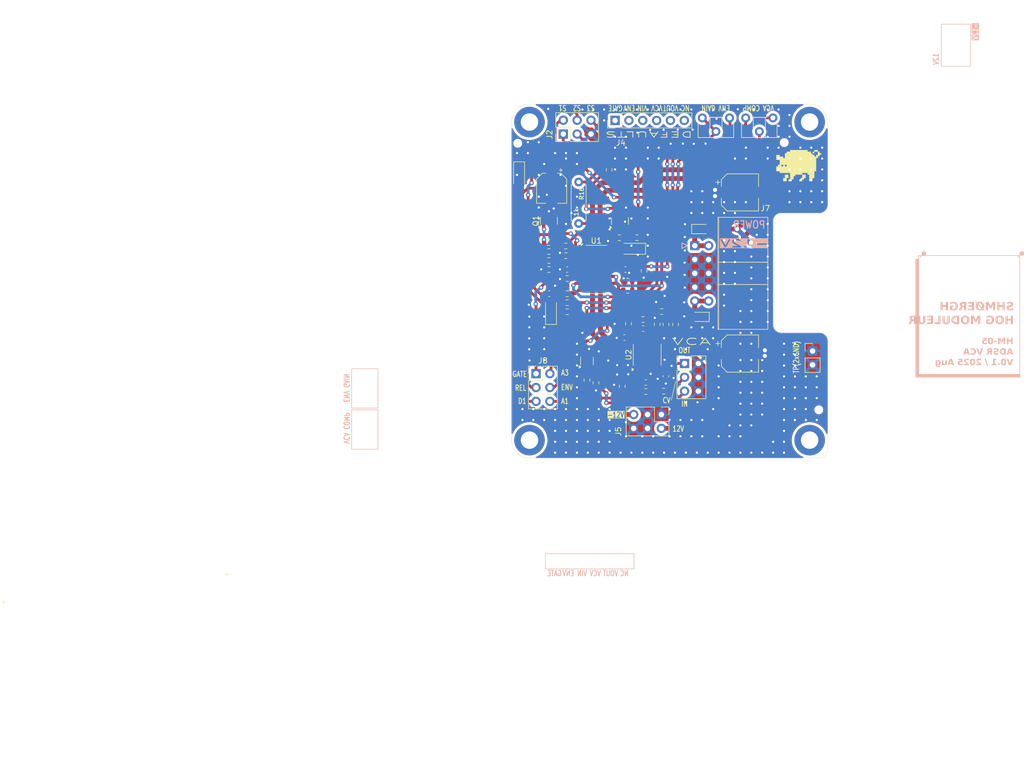
<source format=kicad_pcb>
(kicad_pcb (version 20241229) (generator "pcbnew") (generator_version "9.0")
  (layers (0 "F.Cu" signal) (2 "B.Cu" signal) (13 "F.Paste" user) (15 "B.Paste" user) (5 "F.SilkS" user "F.Silkscreen") (7 "B.SilkS" user "B.Silkscreen") (1 "F.Mask" user) (3 "B.Mask" user) (25 "Edge.Cuts" user))
  (net 0 "")
  (net 1 "GND")
  (net 2 "+12V")
  (net 3 "-12V")
  (net 4 "Net-(U1B-+)")
  (net 5 "Net-(C3-Pad1)")
  (net 6 "A1_D3_R3")
  (net 7 "Net-(U2B--)")
  (net 8 "Net-(C7-Pad2)")
  (net 9 "VCA_OUT")
  (net 10 "ATTACK_3")
  (net 11 "Net-(U1A--)")
  (net 12 "SUSTAIN_2")
  (net 13 "Net-(U2A--)")
  (net 14 "DECAY_1")
  (net 15 "Net-(D3-K)")
  (net 16 "Net-(D3-A)")
  (net 17 "Net-(D4-A)")
  (net 18 "Net-(D5-K)")
  (net 19 "LED_A")
  (net 20 "LED_K")
  (net 21 "SUSTAIN_3")
  (net 22 "SUSTAIN_1")
  (net 23 "VCA_IN")
  (net 24 "Net-(D1-A)")
  (net 25 "VCA_CV")
  (net 32 "GATE")
  (net 33 "RELEASE_1")
  (net 34 "ENV_OUT")
  (net 35 "Net-(Q1-B)")
  (net 36 "Net-(Q2-B)")
  (net 37 "Net-(Q3A-E1)")
  (net 38 "Net-(Q3A-C1)")
  (net 39 "Net-(Q3B-C2)")
  (net 40 "Net-(Q3A-B1)")
  (net 41 "Net-(U1A-+)")
  (net 42 "Net-(R10-Pad2)")
  (net 43 "Net-(U1B--)")
  (net 44 "Net-(U1D-+)")
  (net 45 "Net-(U2B-+)")
  (net 46 "Net-(U1D--)")
  (net 47 "Net-(R22-Pad2)")
  (net 48 "Net-(R24-Pad2)")
  (footprint "Diode_SMD:D_SOD-323" (layer "F.Cu") (at 158.671 66.945)
    (property "Reference" "D5")
    (property "Value" "1N5817")
  )
  (footprint "Resistor_SMD:R_0603_1608Metric" (layer "F.Cu") (at 151.559 82.10175)
    (property "Reference" "R22")
    (property "Value" "100k")
  )
  (footprint "Capacitor_SMD:C_0603_1608Metric" (layer "F.Cu") (at 144.701 86.86625)
    (property "Reference" "C6")
    (property "Value" "100n")
  )
  (footprint "Resistor_SMD:R_0603_1608Metric" (layer "F.Cu") (at 134.223 82.122)
    (property "Reference" "R10")
    (property "Value" "10k")
  )
  (footprint "Connector_PinHeader_2.54mm:PinHeader_2x03_P2.54mm_Vertical" (layer "F.Cu") (at 155.745 91.625)
    (property "Reference" "J3")
    (property "Value" "Conn_02x03_Odd_Even")
  )
  (footprint "Capacitor_SMD:C_0603_1608Metric" (layer "F.Cu") (at 134.21 74.375 180)
    (property "Reference" "C1")
    (property "Value" "100n")
  )
  (footprint "Resistor_SMD:R_0603_1608Metric" (layer "F.Cu") (at 133.954187 70.057)
    (property "Reference" "R1")
    (property "Value" "22k")
  )
  (footprint "Diode_SMD:D_SOD-323" (layer "F.Cu") (at 158.671 83.074 180)
    (property "Reference" "D4")
    (property "Value" "1N5817")
  )
  (footprint "Connector_PinHeader_2.54mm:PinHeader_2x03_P2.54mm_Vertical" (layer "F.Cu") (at 133.5 49.5 90)
    (property "Reference" "J2")
    (property "Value" "Conn_02x03_Odd_Even")
  )
  (footprint "Potentiometer_THT:Potentiometer_ACP_CA6-H2,5_Horizontal" (layer "F.Cu") (at 164.005 46.54 -90)
    (property "Reference" "RV_OUT_GAIN1")
    (property "Value" "100k")
  )
  (footprint "Connector_PinHeader_2.54mm:PinHeader_1x06_P2.54mm_Vertical" (layer "F.Cu") (at 143 47 90)
    (property "Reference" "J4")
    (property "Value" "Conn_01x06")
  )
  (footprint "Resistor_SMD:R_0603_1608Metric" (layer "F.Cu") (at 134.223 78.82 180)
    (property "Reference" "R7")
    (property "Value" "1M")
  )
  (footprint "MountingHole:ToolingHole_1.152mm" (layer "F.Cu") (at 125.143 51.197)
    (property "Reference" "REF**" (hide yes))
    (property "Value" "ToolingHole_1.152mm")
  )
  (footprint "Resistor_SMD:R_0603_1608Metric" (layer "F.Cu") (at 130.858 71.073 180)
    (property "Reference" "R5")
    (property "Value" "1M")
  )
  (footprint "Resistor_SMD:R_0603_1608Metric" (layer "F.Cu") (at 150.7265 84.45325 -90)
    (property "Reference" "R27")
    (property "Value" "470k")
  )
  (footprint "Shmoergh_Custom_Footprints:R_Axial_DIN0207_L6.3mm_D2.5mm_P7.62mm_Horizontal" (layer "F.Cu") (at 136.319 58.309 -90)
    (property "Reference" "R16")
    (property "Value" "1k")
  )
  (footprint "Resistor_SMD:R_0603_1608Metric" (layer "F.Cu") (at 145.336 76.534)
    (property "Reference" "R13")
    (property "Value" "15k")
  )
  (footprint "Package_TO_SOT_SMD:SOT-363_SC-70-6" (layer "F.Cu") (at 137.843 91.18825 90)
    (property "Reference" "Q3")
    (property "Value" "BC847BS")
  )
  (footprint "MountingHole:MountingHole_3.2mm_M3_DIN965_Pad" (layer "F.Cu") (at 178.7 105.7)
    (property "Reference" "H2")
    (property "Value" "MountingHole")
  )
  (footprint "Resistor_SMD:R_0603_1608Metric" (layer "F.Cu") (at 141.907 56.065 90)
    (property "Reference" "R11")
    (property "Value" "4.7k")
  )
  (footprint "Resistor_SMD:R_0603_1608Metric" (layer "F.Cu") (at 144.32 95.82025 -90)
    (property "Reference" "R23")
    (property "Value" "10k")
  )
  (footprint "Resistor_SMD:R_0603_1608Metric" (layer "F.Cu") (at 134.223 76.026)
    (property "Reference" "R6")
    (property "Value" "1M")
  )
  (footprint "Resistor_SMD:R_0603_1608Metric" (layer "F.Cu") (at 148.32 74.629 90)
    (property "Reference" "R14")
    (property "Value" "47k")
  )
  (footprint "Resistor_SMD:R_0603_1608Metric" (layer "F.Cu") (at 130.858 72.724 180)
    (property "Reference" "R4")
    (property "Value" "1k")
  )
  (footprint "Resistor_SMD:R_0603_1608Metric" (layer "F.Cu") (at 130.858 74.375)
    (property "Reference" "R3")
    (property "Value" "47k")
  )
  (footprint "MountingHole:MountingHole_3.2mm_M3_DIN965_Pad" (layer "F.Cu") (at 127.3 47.3)
    (property "Reference" "H1")
    (property "Value" "MountingHole")
  )
  (footprint "Capacitor_SMD:CP_Elec_6.3x7.7" (layer "F.Cu") (at 165.91 89.805)
    (property "Reference" "C9")
    (property "Value" "100u")
  )
  (footprint "Resistor_SMD:R_0603_1608Metric" (layer "F.Cu") (at 139.494 95.18275 90)
    (property "Reference" "R20")
    (property "Value" "220")
  )
  (footprint "Connector_PinHeader_2.54mm:PinHeader_2x03_P2.54mm_Vertical" (layer "F.Cu") (at 151.5 101 -90)
    (property "Reference" "J5")
    (property "Value" "Conn_02x03_Odd_Even")
  )
  (footprint "Package_TO_SOT_SMD:SOT-23" (layer "F.Cu") (at 143.896081 65.485 90)
    (property "Reference" "Q2")
    (property "Value" "BC847")
  )
  (footprint "Connector_PinHeader_2.54mm:PinHeader_2x03_P2.54mm_Vertical" (layer "F.Cu") (at 128.5 93.5)
    (property "Reference" "J8")
    (property "Value" "Conn_02x03_Odd_Even")
  )
  (footprint "Shmoergh_Logo:Gyeszno" (layer "F.Cu") (at 176.705 55.303)
    (property "Reference" "G***" (hide yes))
    (property "Value" "LOGO" (hide yes))
  )
  (footprint "Diode_SMD:D_SOD-123" (layer "F.Cu") (at 131.239 82.1 90)
    (property "Reference" "D1")
    (property "Value" "1N4148")
  )
  (footprint "Connector_PinHeader_2.54mm:PinHeader_1x02_P2.54mm_Vertical" (layer "F.Cu") (at 179.245 89.339)
    (property "Reference" "J6")
    (property "Value" "Conn_01x02")
  )
  (footprint "Capacitor_SMD:CP_Elec_5x5.4" (layer "F.Cu") (at 131.366 59.452 -90)
    (property "Reference" "C4")
    (property "Value" "10u")
  )
  (footprint "Resistor_SMD:R_0603_1608Metric" (layer "F.Cu") (at 134.223 80.471)
    (property "Reference" "R9")
    (property "Value" "1k")
  )
  (footprint "Capacitor_SMD:C_0603_1608Metric_Pad1.08x0.95mm_HandSolder" (layer "F.Cu") (at 148.638 95.12125 180)
    (property "Reference" "C7")
    (property "Value" "47p")
  )
  (footprint "Diode_SMD:D_SOD-123" (layer "F.Cu") (at 146.246081 70.565 180)
    (property "Reference" "D3")
    (property "Value" "1N4148")
  )
  (footprint "Resistor_SMD:R_0603_1608Metric" (layer "F.Cu") (at 143.769081 68.533)
    (property "Reference" "R15")
    (property "Value" "47k")
  )
  (footprint "Package_TO_SOT_SMD:SOT-23" (layer "F.Cu") (at 130.855 65.4365 90)
    (property "Reference" "Q1")
    (property "Value" "BC857")
  )
  (footprint "Capacitor_SMD:C_0603_1608Metric" (layer "F.Cu") (at 152.321 93.97825 -90)
    (property "Reference" "C5")
    (property "Value" "100n")
  )
  (footprint "Diode_SMD:D_SOD-123" (layer "F.Cu") (at 125.397 56.954 -90)
    (property "Reference" "D2")
    (property "Value" "1N4148")
  )
  (footprint "MountingHole:MountingHole_3.2mm_M3_DIN965_Pad" (layer "F.Cu") (at 178.7 47.3)
    (property "Reference" "H4")
    (property "Value" "MountingHole")
  )
  (footprint "MountingHole:ToolingHole_1.152mm" (layer "F.Cu") (at 174.038 51.07)
    (property "Reference" "REF**" (hide yes))
    (property "Value" "ToolingHole_1.152mm")
  )
  (footprint "Resistor_SMD:R_0603_1608Metric" (layer "F.Cu") (at 152.3475 84.45325 -90)
    (property "Reference" "R26")
    (property "Value" "10k")
  )
  (footprint "Connector_IDC:IDC-Header_2x05_P2.54mm_Horizontal" (layer "F.Cu") (at 157.6245 70)
    (property "Reference" "J7")
    (property "Value" "Conn_02x05_Odd_Even")
  )
  (footprint "Capacitor_SMD:C_0603_1608Metric_Pad1.08x0.95mm_HandSolder" (layer "F.Cu") (at 148.1565 85.21525 180)
    (property "Reference" "C8")
    (property "Value" "47p")
  )
  (footprint "Package_SO:SOIC-8_3.9x4.9mm_P1.27mm" (layer "F.Cu") (at 148.892 90.04125 90)
    (property "Reference" "U2")
    (property "Value" "TL072")
  )
  (footprint "Resistor_SMD:R_0603_1608Metric" (layer "F.Cu") (at 154.099 84.45075 90)
    (property "Reference" "R24")
    (property "Value" "100k")
  )
  (footprint "Capacitor_SMD:C_0603_1608Metric" (layer "F.Cu") (at 130.921 78.82)
    (property "Reference" "C3")
    (property "Value" "10n")
  )
  (footprint "Resistor_SMD:R_0603_1608Metric" (layer "F.Cu") (at 145.463 84.32625 90)
    (property "Reference" "R25")
    (property "Value" "10k")
  )
  (footprint "Resistor_SMD:R_0603_1608Metric" (layer "F.Cu") (at 130.794 69.422)
    (property "Reference" "R8")
    (property "Value" "100k")
  )
  (footprint "MountingHole:MountingHole_3.2mm_M3_DIN965_Pad" (layer "F.Cu") (at 127.3 105.7)
    (property "Reference" "H3")
    (property "Value" "MountingHole")
  )
  (footprint "Resistor_SMD:R_0603_1608Metric" (layer "F.Cu") (at 148.638 96.77225 180)
    (property "Reference" "R21")
    (property "Value" "33k")
  )
  (footprint "Package_SO:SOIC-14_3.9x8.7mm_P1.27mm" (layer "F.Cu") (at 139.557 74.375)
    (property "Reference" "U1")
    (property "Value" "LM324")
  )
  (footprint "Resistor_SMD:R_0603_1608Metric" (layer "F.Cu") (at 151.94 96.71025 180)
    (property "Reference" "R19")
    (property "Value" "200k")
  )
  (footprint "Resistor_SMD:R_0603_1608Metric" (layer "F.Cu") (at 148.13 83.56425 180)
    (property "Reference" "R28")
    (property "Value" "470k")
  )
  (footprint "MountingHole:ToolingHole_1.152mm" (layer "F.Cu") (at 180.388 100.134)
    (property "Reference" "REF**" (hide yes))
    (property "Value" "ToolingHole_1.152mm")
  )
  (footprint "Resistor_SMD:R_0603_1608Metric" (layer "F.Cu") (at 137.843 94.67825 90)
    (property "Reference" "R18")
    (property "Value" "100k")
  )
  (footprint "Resistor_SMD:R_0603_1608Metric" (layer "F.Cu") (at 133.954187 71.835)
    (property "Reference" "R2")
    (property "Value" "1k")
  )
  (footprint "Capacitor_SMD:CP_Elec_6.3x7.7" (layer "F.Cu") (at 165.91 60.214)
    (property "Reference" "C10")
    (property "Value" "100u")
  )
  (footprint "Potentiometer_THT:Potentiometer_ACP_CA6-H2,5_Horizontal" (layer "F.Cu") (at 171.966 46.54 -90)
    (property "Reference" "RV_COMP1")
    (property "Value" "10k")
  )
  (footprint "Resistor_SMD:R_0603_1608Metric" (layer "F.Cu") (at 145.336 78.185 180)
    (property "Reference" "R12")
    (property "Value" "10k")
  )
  (footprint "Capacitor_SMD:C_0603_1608Metric" (layer "F.Cu") (at 144.891 74.375 180)
    (property "Reference" "C2")
    (property "Value" "100n")
  )
  (footprint "Resistor_SMD:R_0603_1608Metric" (layer "F.Cu") (at 147.008081 68.533)
    (property "Reference" "R17")
    (property "Value" "1k")
  )
  (gr_line (start 153.337 98.356) (end 154.099 94.927) (stroke (width 0.1)) (layer "F.SilkS"))
  (gr_rect (start 202.867 29.3315) (end 208.201 37.0785) (stroke (width 0.1)) (fill no) (layer "B.SilkS"))
  (gr_rect (start 162.0365 64.786) (end 171.0535 85.36) (stroke (width 0.1)) (fill no) (layer "B.SilkS"))
  (gr_line (start 155.242 70.501) (end 155.242 69.485) (stroke (width 0.1)) (layer "B.SilkS"))
  (gr_line (start 216.888 72.188) (end 217.638 71.438) (stroke (width 0.1)) (layer "B.SilkS"))
  (gr_line (start 217.263 93.62275) (end 198.676 93.62275) (stroke (width 0.1)) (layer "B.SilkS"))
  (gr_line (start 156.258 69.993) (end 155.242 70.501) (stroke (width 0.1)) (layer "B.SilkS"))
  (gr_circle (center 199.666 71.438) (end 199.416 71.188) (stroke (width 0.1)) (fill yes) (layer "B.SilkS"))
  (gr_rect (start 94.663 100.134) (end 99.489 107.373) (stroke (width 0.1)) (fill no) (layer "B.SilkS"))
  (gr_rect (start 198.168 72.475125) (end 198.668 93.674125) (stroke (width 0.1)) (fill yes) (layer "B.SilkS"))
  (gr_circle (center 217.638 71.438) (end 217.388 71.188) (stroke (width 0.1)) (fill yes) (layer "B.SilkS"))
  (gr_line (start 217.263 71.813) (end 217.263 93.62275) (stroke (width 0.1)) (layer "B.SilkS"))
  (gr_line (start 217.263 71.813) (end 198.676 71.813) (stroke (width 0.1)) (layer "B.SilkS"))
  (gr_rect (start 130.223 126.55) (end 146.479 129.344) (stroke (width 0.1)) (fill no) (layer "B.SilkS"))
  (gr_line (start 155.242 69.485) (end 156.258 69.993) (stroke (width 0.1)) (layer "B.SilkS"))
  (gr_rect (start 94.663 92.5775) (end 99.489 99.8165) (stroke (width 0.1)) (fill no) (layer "B.SilkS"))
  (gr_line (start 198.916 72.188) (end 199.666 71.438) (stroke (width 0.1)) (layer "B.SilkS"))
  (gr_rect (start 198.168 93.674125) (end 217.307 94.147875) (stroke (width 0.1)) (fill yes) (layer "B.SilkS"))
  (gr_line (start 198.676 93.657) (end 198.676 71.813) (stroke (width 0.1)) (layer "B.SilkS"))
  (gr_line (start 173.5 64) (end 180.5 64) (stroke (width 0.05)) (layer "Edge.Cuts"))
  (gr_line (start 127.3 44) (end 178.7 44) (stroke (width 0.05)) (layer "Edge.Cuts"))
  (gr_arc (start 178.7 44) (mid 181.033452 44.966548) (end 182 47.3) (stroke (width 0.05)) (layer "Edge.Cuts"))
  (gr_arc (start 172 65.5) (mid 172.43934 64.43934) (end 173.5 64) (stroke (width 0.05)) (layer "Edge.Cuts"))
  (gr_line (start 172 84.5) (end 172 65.5) (stroke (width 0.05)) (layer "Edge.Cuts"))
  (gr_line (start 180.5 86) (end 173.5 86) (stroke (width 0.05)) (layer "Edge.Cuts"))
  (gr_arc (start 127.3 109) (mid 124.966548 108.033452) (end 124 105.7) (stroke (width 0.05)) (layer "Edge.Cuts"))
  (gr_line (start 180.5 109) (end 127.3 109) (stroke (width 0.05)) (layer "Edge.Cuts"))
  (gr_arc (start 124 47.3) (mid 124.966548 44.966548) (end 127.3 44) (stroke (width 0.05)) (layer "Edge.Cuts"))
  (gr_arc (start 182 107.5) (mid 181.56066 108.56066) (end 180.5 109) (stroke (width 0.05)) (layer "Edge.Cuts"))
  (gr_line (start 124 47.3) (end 124 105.7) (stroke (width 0.05)) (layer "Edge.Cuts"))
  (gr_arc (start 180.5 86) (mid 181.56066 86.43934) (end 182 87.5) (stroke (width 0.05)) (layer "Edge.Cuts"))
  (gr_arc (start 173.5 86) (mid 172.43934 85.56066) (end 172 84.5) (stroke (width 0.05)) (layer "Edge.Cuts"))
  (gr_line (start 182 87.5) (end 182 107.5) (stroke (width 0.05)) (layer "Edge.Cuts"))
  (gr_arc (start 182 62.5) (mid 181.56066 63.56066) (end 180.5 64) (stroke (width 0.05)) (layer "Edge.Cuts"))
  (gr_line (start 182 47.3) (end 182 62.5) (stroke (width 0.05)) (layer "Edge.Cuts"))
  (gr_text "+" (at 30.147 135.948 0) (layer "F.SilkS") (effects (font (size 1 1) (thickness 0.1)) (justify left bottom)))
  (gr_text "ENV" (at 145.59 44.127 180) (layer "F.SilkS") (effects (font (size 1 0.75) (thickness 0.15) (bold yes)) (justify bottom)))
  (gr_text "VOUT" (at 153.21 44.127 180) (layer "F.SilkS") (effects (font (size 1 0.75) (thickness 0.15) (bold yes)) (justify bottom)))
  (gr_text "NC" (at 155.877 44.127 180) (layer "F.SilkS") (effects (font (size 1 0.75) (thickness 0.15) (bold yes)) (justify bottom)))
  (gr_text "S2" (at 136.827 44.127 180) (layer "F.SilkS") (effects (font (size 1 0.75) (thickness 0.15) (bold yes)) (justify left bottom)))
  (gr_text "S3" (at 139.367 44.127 180) (layer "F.SilkS") (effects (font (size 1 0.75) (thickness 0.15) (bold yes)) (justify left bottom)))
  (gr_text "GATE" (at 143.05 44.127 180) (layer "F.SilkS") (effects (font (size 1 0.75) (thickness 0.15) (bold yes)) (justify bottom)))
  (gr_text "DEFAULTS" (at 157.401 48.953 180) (layer "F.SilkS") (effects (font (size 1 2.25) (thickness 0.15) (bold yes)) (justify left bottom)))
  (gr_text "CV" (at 152.448 98.991 0) (layer "F.SilkS") (effects (font (size 1 0.75) (thickness 0.15) (bold yes)) (justify bottom)))
  (gr_text "ENV GAIN" (at 161.465 44.127 180) (layer "F.SilkS") (effects (font (size 1 0.75) (thickness 0.15) (bold yes)) (justify bottom)))
  (gr_text "TP(2xGND)" (at 176.832 93.53 90) (layer "F.SilkS") (effects (font (size 1 0.75) (thickness 0.15) (bold yes)) (justify left bottom)))
  (gr_text "12V" (at 153.464 104.198 0) (layer "F.SilkS") (effects (font (size 1 0.75) (thickness 0.15) (bold yes)) (justify left bottom)))
  (gr_text "+" (at 71.041 130.868 0) (layer "F.SilkS") (effects (font (size 1 1) (thickness 0.1)) (justify left bottom)))
  (gr_text "OUT" (at 155.75 89.805 0) (layer "F.SilkS") (effects (font (size 1 0.75) (thickness 0.15) (bold yes)) (justify bottom)))
  (gr_text "A3" (at 133.017 93.911 0) (layer "F.SilkS") (effects (font (size 1 0.75) (thickness 0.15) (bold yes)) (justify left bottom)))
  (gr_text "VCA COMP" (at 172.26 44.127 180) (layer "F.SilkS") (effects (font (size 1 0.75) (thickness 0.15) (bold yes)) (justify left bottom)))
  (gr_text "A1" (at 133.017 99.118 0) (layer "F.SilkS") (effects (font (size 1 0.75) (thickness 0.15) (bold yes)) (justify left bottom)))
  (gr_text "VIN" (at 148.003 44.127 180) (layer "F.SilkS") (effects (font (size 1 0.75) (thickness 0.15) (bold yes)) (justify bottom)))
  (gr_text "VCV" (at 150.675 44.127 180) (layer "F.SilkS") (effects (font (size 1 0.75) (thickness 0.15) (bold yes)) (justify bottom)))
  (gr_text "VCA" (at 157.02 88.323 0) (layer "F.SilkS") (effects (font (size 1.2 2.7) (thickness 0.15) (bold yes)) (justify bottom)))
  (gr_text "-12V" (at 141.526 101.658 0) (layer "F.SilkS" knockout) (effects (font (size 1 0.75) (thickness 0.15) (bold yes)) (justify left bottom)))
  (gr_text "S1" (at 134.16 44.127 180) (layer "F.SilkS") (effects (font (size 1 0.75) (thickness 0.15) (bold yes)) (justify left bottom)))
  (gr_text "IN" (at 155.75 99.626 0) (layer "F.SilkS") (effects (font (size 1 0.75) (thickness 0.15) (bold yes)) (justify bottom)))
  (gr_text "REL" (at 126.794 96.705 0) (layer "F.SilkS") (effects (font (size 1 0.75) (thickness 0.15) (bold yes)) (justify right bottom)))
  (gr_text "ENV" (at 133.017 96.578 0) (layer "F.SilkS") (effects (font (size 1 0.75) (thickness 0.15) (bold yes)) (justify left bottom)))
  (gr_text "D1" (at 126.794 99.118 0) (layer "F.SilkS") (effects (font (size 1 0.75) (thickness 0.15) (bold yes)) (justify right bottom)))
  (gr_text "GATE" (at 126.921 94.165 0) (layer "F.SilkS") (effects (font (size 1 0.75) (thickness 0.15) (bold yes)) (justify right bottom)))
  (gr_text "VOUT" (at 142.161 130.741 0) (layer "B.SilkS") (effects (font (size 1 0.75) (thickness 0.15) (bold yes)) (justify bottom mirror)))
  (gr_text "ENV GAIN" (at 93.139 96.1335 270) (layer "B.SilkS") (effects (font (size 1 0.75) (thickness 0.15) (bold yes)) (justify bottom mirror)))
  (gr_text "SHMØERGH \nHOG MODULEUR" (at 216.202 84.64 0) (layer "B.SilkS") (effects (font (size 1.5 1.5) (thickness 0.28) (bold yes)) (justify left bottom mirror)))
  (gr_text "NC" (at 144.701 130.741 0) (layer "B.SilkS") (effects (font (size 1 0.75) (thickness 0.15) (bold yes)) (justify bottom mirror)))
  (gr_text "VCA COMP" (at 93.139 103.4995 270) (layer "B.SilkS") (effects (font (size 1 0.75) (thickness 0.15) (bold yes)) (justify bottom mirror)))
  (gr_text "VCV" (at 139.367 130.741 0) (layer "B.SilkS") (effects (font (size 1 0.75) (thickness 0.15) (bold yes)) (justify bottom mirror)))
  (gr_text "-12V" (at 209.725 30.665 90) (layer "B.SilkS" knockout) (effects (font (size 1 0.75) (thickness 0.15) (bold yes)) (justify bottom mirror)))
  (gr_text "12V" (at 202.486 35.745 90) (layer "B.SilkS") (effects (font (size 1 0.75) (thickness 0.15) (bold yes)) (justify bottom mirror)))
  (gr_text "VIN" (at 136.954 130.741 0) (layer "B.SilkS") (effects (font (size 1 0.75) (thickness 0.15) (bold yes)) (justify bottom mirror)))
  (gr_text "HM-05\nADSR VCA\nV0.1 / 2025 Aug" (at 216.075 92.133 0) (layer "B.SilkS") (effects (font (size 1.15 1.15) (thickness 0.2) (bold yes)) (justify left bottom mirror)))
  (gr_text "GATE" (at 131.874 130.741 0) (layer "B.SilkS") (effects (font (size 1 0.75) (thickness 0.15) (bold yes)) (justify bottom mirror)))
  (gr_text "ENV" (at 134.414 130.741 0) (layer "B.SilkS") (effects (font (size 1 0.75) (thickness 0.15) (bold yes)) (justify bottom mirror)))
  (gr_text "-12V" (at 171.4345 70.374 0) (layer "B.SilkS" knockout) (effects (font (size 1.3 2.25) (thickness 0.25) (bold yes)) (justify left bottom mirror)))
  (gr_text "POWER" (at 170.6725 66.945 0) (layer "B.SilkS") (effects (font (size 1.35 1.15) (thickness 0.2) (bold yes)) (justify left bottom mirror)))
  (segment (start 137.843 89.34325) (end 137.843 90.23825) (width 0.381) (layer "F.Cu") (net 1))
  (segment (start 138.16175 89.0245) (end 137.843 89.34325) (width 0.381) (layer "F.Cu") (net 1))
  (via (at 129 65) (size 0.8) (drill 0.4) (layers "F.Cu" "B.Cu") (net 1))
  (via (at 130 85) (size 0.8) (drill 0.4) (layers "F.Cu" "B.Cu") (net 1))
  (via (at 132.89 76.131) (size 0.8) (drill 0.4) (layers "F.Cu" "B.Cu") (net 1))
  (via (at 173 54) (size 0.8) (drill 0.4) (layers "F.Cu" "B.Cu") (net 1))
  (via (at 175 46) (size 0.8) (drill 0.4) (layers "F.Cu" "B.Cu") (net 1))
  (via (at 171 80) (size 0.8) (drill 0.4) (layers "F.Cu" "B.Cu") (net 1))
  (via (at 156 108) (size 0.8) (drill 0.4) (layers "F.Cu" "B.Cu") (net 1))
  (via (at 178 98) (size 0.8) (drill 0.4) (layers "F.Cu" "B.Cu") (net 1))
  (via (at 171 76) (size 0.8) (drill 0.4) (layers "F.Cu" "B.Cu") (net 1))
  (via (at 168 84) (size 0.8) (drill 0.4) (layers "F.Cu" "B.Cu") (net 1))
  (via (at 174 104) (size 0.8) (drill 0.4) (layers "F.Cu" "B.Cu") (net 1))
  (via (at 174 90) (size 0.8) (drill 0.4) (layers "F.Cu" "B.Cu") (net 1))
  (via (at 136 63) (size 0.8) (drill 0.4) (layers "F.Cu" "B.Cu") (net 1))
  (via (at 159 62) (size 0.8) (drill 0.4) (layers "F.Cu" "B.Cu") (net 1))
  (via (at 136 88) (size 0.8) (drill 0.4) (layers "F.Cu" "B.Cu") (net 1))
  (via (at 177 60) (size 0.8) (drill 0.4) (layers "F.Cu" "B.Cu") (net 1))
  (via (at 171 82) (size 0.8) (drill 0.4) (layers "F.Cu" "B.Cu") (net 1))
  (via (at 177 62) (size 0.8) (drill 0.4) (layers "F.Cu" "B.Cu") (net 1))
  (via (at 150.289 83.243) (size 0.8) (drill 0.4) (layers "F.Cu" "B.Cu") (net 1))
  (via (at 172 108) (size 0.8) (drill 0.4) (layers "F.Cu" "B.Cu") (net 1))
  (via (at 145 56) (size 0.8) (drill 0.4) (layers "F.Cu" "B.Cu") (net 1))
  (via (at 160 89) (size 0.8) (drill 0.4) (layers "F.Cu" "B.Cu") (net 1))
  (via (at 160 108) (size 0.8) (drill 0.4) (layers "F.Cu" "B.Cu") (net 1))
  (via (at 138 100) (size 0.8) (drill 0.4) (layers "F.Cu" "B.Cu") (net 1))
  (via (at 145 63) (size 0.8) (drill 0.4) (layers "F.Cu" "B.Cu") (net 1))
  (via (at 176 90) (size 0.8) (drill 0.4) (layers "F.Cu" "B.Cu") (net 1))
  (via (at 161 85) (size 0.8) (drill 0.4) (layers "F.Cu" "B.Cu") (net 1))
  (via (at 128 100) (size 0.8) (drill 0.4) (layers "F.Cu" "B.Cu") (net 1))
  (via (at 161.338 59.748) (size 1.27) (drill 0.75) (layers "F.Cu" "B.Cu") (net 1))
  (via (at 136 102) (size 0.8) (drill 0.4) (layers "F.Cu" "B.Cu") (net 1))
  (via (at 165 64) (size 0.8) (drill 0.4) (layers "F.Cu" "B.Cu") (net 1))
  (via (at 164 108) (size 0.8) (drill 0.4) (layers "F.Cu" "B.Cu") (net 1))
  (via (at 145 45) (size 0.8) (drill 0.4) (layers "F.Cu" "B.Cu") (net 1))
  (via (at 134 106) (size 0.8) (drill 0.4) (layers "F.Cu" "B.Cu") (net 1))
  (via (at 147.187916 71.661237) (size 0.8) (drill 0.4) (layers "F.Cu" "B.Cu") (net 1))
  (via (at 134 54) (size 0.8) (drill 0.4) (layers "F.Cu" "B.Cu") (net 1))
  (via (at 180 94) (size 0.8) (drill 0.4) (layers "F.Cu" "B.Cu") (net 1))
  (via (at 162 94) (size 0.8) (drill 0.4) (layers "F.Cu" "B.Cu") (net 1))
  (via (at 178 94) (size 0.8) (drill 0.4) (layers "F.Cu" "B.Cu") (net 1))
  (via (at 153.742687 94.28864) (size 0.8) (drill 0.4) (layers "F.Cu" "B.Cu") (net 1))
  (via (at 129 57) (size 0.8) (drill 0.4) (layers "F.Cu" "B.Cu") (net 1))
  (via (at 174 94) (size 0.8) (drill 0.4) (layers "F.Cu" "B.Cu") (net 1))
  (via (at 144.987081 102.401633) (size 0.8) (drill 0.4) (layers "F.Cu" "B.Cu") (net 1))
  (via (at 157 102) (size 0.8) (drill 0.4) (layers "F.Cu" "B.Cu") (net 1))
  (via (at 148 105) (size 0.8) (drill 0.4) (layers "F.Cu" "B.Cu") (net 1))
  (via (at 140 102) (size 0.8) (drill 0.4) (layers "F.Cu" "B.Cu") (net 1))
  (via (at 157 105) (size 0.8) (drill 0.4) (layers "F.Cu" "B.Cu") (net 1))
  (via (at 129 51) (size 0.8) (drill 0.4) (layers "F.Cu" "B.Cu") (net 1))
  (via (at 157 64) (size 0.8) (drill 0.4) (layers "F.Cu" "B.Cu") (net 1))
  (via (at 179 60) (size 0.8) (drill 0.4) (layers "F.Cu" "B.Cu") (net 1))
  (via (at 155.792402 70.869081) (size 0.8) (drill 0.4) (layers "F.Cu" "B.Cu") (net 1))
  (via (at 166 105) (size 0.8) (drill 0.4) (layers "F.Cu" "B.Cu") (net 1))
  (via (at 174 92) (size 0.8) (drill 0.4) (layers "F.Cu" "B.Cu") (net 1))
  (via (at 168 80) (size 0.8) (drill 0.4) (layers "F.Cu" "B.Cu") (net 1))
  (via (at 166 93) (size 0.8) (drill 0.4) (layers "F.Cu" "B.Cu") (net 1))
  (via (at 181 60) (size 0.8) (drill 0.4) (layers "F.Cu" "B.Cu") (net 1))
  (via (at 138 108) (size 0.8) (drill 0.4) (layers "F.Cu" "B.Cu") (net 1))
  (via (at 168 74) (size 0.8) (drill 0.4) (layers "F.Cu" "B.Cu") (net 1))
  (via (at 146 70) (size 0.8) (drill 0.4) (layers "F.Cu" "B.Cu") (net 1))
  (via (at 142 100) (size 0.8) (drill 0.4) (layers "F.Cu" "B.Cu") (net 1))
  (via (at 149 63) (size 0.8) (drill 0.4) (layers "F.Cu" "B.Cu") (net 1))
  (via (at 155.827001 66.059728) (size 0.8) (drill 0.4) (layers "F.Cu" "B.Cu") (net 1))
  (via (at 145 105) (size 0.8) (drill 0.4) (layers "F.Cu" "B.Cu") (net 1))
  (via (at 157.21879 48.695034) (size 0.8) (drill 0.4) (layers "F.Cu" "B.Cu") (net 1))
  (via (at 137 45) (size 0.8) (drill 0.4) (layers "F.Cu" "B.Cu") (net 1))
  (via (at 145.361939 91.932392) (size 0.8) (drill 0.4) (layers "F.Cu" "B.Cu") (net 1))
  (via (at 143 50) (size 0.8) (drill 0.4) (layers "F.Cu" "B.Cu") (net 1))
  (via (at 181 56) (size 0.8) (drill 0.4) (layers "F.Cu" "B.Cu") (net 1))
  (via (at 140.007878 89.409509) (size 0.8) (drill 0.4) (layers "F.Cu" "B.Cu") (net 1))
  (via (at 168 99) (size 0.8) (drill 0.4) (layers "F.Cu" "B.Cu") (net 1))
  (via (at 137 86) (size 0.8) (drill 0.4) (layers "F.Cu" "B.Cu") (net 1))
  (via (at 132.89 74.353) (size 0.8) (drill 0.4) (layers "F.Cu" "B.Cu") (net 1))
  (via (at 136 53) (size 0.8) (drill 0.4) (layers "F.Cu" "B.Cu") (net 1))
  (via (at 139 45) (size 0.8) (drill 0.4) (layers "F.Cu" "B.Cu") (net 1))
  (via (at 150 108) (size 0.8) (drill 0.4) (layers "F.Cu" "B.Cu") (net 1))
  (via (at 167 62) (size 0.8) (drill 0.4) (layers "F.Cu" "B.Cu") (net 1))
  (via (at 145 50) (size 0.8) (drill 0.4) (layers "F.Cu" "B.Cu") (net 1))
  (via (at 165 54) (size 0.8) (drill 0.4) (layers "F.Cu" "B.Cu") (net 1))
  (via (at 143.380548 93.646027) (size 0.8) (drill 0.4) (layers "F.Cu" "B.Cu") (net 1))
  (via (at 159 87) (size 0.8) (drill 0.4) (layers "F.Cu" "B.Cu") (net 1))
  (via (at 170 101) (size 0.8) (drill 0.4) (layers "F.Cu" "B.Cu") (net 1))
  (via (at 168 103) (size 0.8) (drill 0.4) (layers "F.Cu" "B.Cu") (net 1))
  (via (at 180 96) (size 0.8) (drill 0.4) (layers "F.Cu" "B.Cu") (net 1))
  (via (at 166 84) (size 0.8) (drill 0.4) (layers "F.Cu" "B.Cu") (net 1))
  (via (at 173 45) (size 0.8) (drill 0.4) (layers "F.Cu" "B.Cu") (net 1))
  (via (at 159 102) (size 0.8) (drill 0.4) (layers "F.Cu" "B.Cu") (net 1))
  (via (at 176 96) (size 0.8) (drill 0.4) (layers "F.Cu" "B.Cu") (net 1))
  (via (at 154 89) (size 0.8) (drill 0.4) (layers "F.Cu" "B.Cu") (net 1))
  (via (at 152 87) (size 0.8) (drill 0.4) (layers "F.Cu" "B.Cu") (net 1))
  (via (at 149 65) (size 0.8) (drill 0.4) (layers "F.Cu" "B.Cu") (net 1))
  (via (at 166 82) (size 0.8) (drill 0.4) (layers "F.Cu" "B.Cu") (net 1))
  (via (at 141.704739 69.138403) (size 0.8) (drill 0.4) (layers "F.Cu" "B.Cu") (net 1))
  (via (at 179 58) (size 0.8) (drill 0.4) (layers "F.Cu" "B.Cu") (net 1))
  (via (at 168 108) (size 0.8) (drill 0.4) (layers "F.Cu" "B.Cu") (net 1))
  (via (at 127.174786 80.839812) (size 0.8) (drill 0.4) (layers "F.Cu" "B.Cu") (net 1))
  (via (at 171 45) (size 0.8) (drill 0.4) (layers "F.Cu" "B.Cu") (net 1))
  (via (at 173 56) (size 0.8) (drill 0.4) (layers "F.Cu" "B.Cu") (net 1))
  (via (at 134 102) (size 0.8) (drill 0.4) (layers "F.Cu" "B.Cu") (net 1))
  (via (at 161.611272 46.694497) (size 0.8) (drill 0.4) (layers "F.Cu" "B.Cu") (net 1))
  (via (at 156.031461 98.758647) (size 0.8) (drill 0.4) (layers "F.Cu" "B.Cu") (net 1))
  (via (at 155.757802 73.118058) (size 0.8) (drill 0.4) (layers "F.Cu" "B.Cu") (net 1))
  (via (at 163 71) (size 0.8) (drill 0.4) (layers "F.Cu" "B.Cu") (net 1))
  (via (at 136 92) (size 0.8) (drill 0.4) (layers "F.Cu" "B.Cu") (net 1))
  (via (at 176 100) (size 0.8) (drill 0.4) (layers "F.Cu" "B.Cu") (net 1))
  (via (at 163 81) (size 0.8) (drill 0.4) (layers "F.Cu" "B.Cu") (net 1))
  (via (at 153 102) (size 0.8) (drill 0.4) (layers "F.Cu" "B.Cu") (net 1))
  (via (at 157 60) (size 0.8) (drill 0.4) (layers "F.Cu" "B.Cu") (net 1))
  (via (at 149 54) (size 0.8) (drill 0.4) (layers "F.Cu" "B.Cu") (net 1))
  (via (at 165 73) (size 0.8) (drill 0.4) (layers "F.Cu" "B.Cu") (net 1))
  (via (at 177 58) (size 0.8) (drill 0.4) (layers "F.Cu" "B.Cu") (net 1))
  (via (at 176 88) (size 0.8) (drill 0.4) (layers "F.Cu" "B.Cu") (net 1))
  (via (at 144.828 65.59) (size 0.8) (drill 0.4) (layers "F.Cu" "B.Cu") (net 1))
  (via (at 129.461 74.353) (size 0.8) (drill 0.4) (layers "F.Cu" "B.Cu") (net 1))
  (via (at 163 69) (size 0.8) (drill 0.4) (layers "F.Cu" "B.Cu") (net 1))
  (via (at 147.107383 49.238658) (size 0.8) (drill 0.4) (layers "F.Cu" "B.Cu") (net 1))
  (via (at 163 77) (size 0.8) (drill 0.4) (layers "F.Cu" "B.Cu") (net 1))
  (via (at 174 98) (size 0.8) (drill 0.4) (layers "F.Cu" "B.Cu") (net 1))
  (via (at 163 79) (size 0.8) (drill 0.4) (layers "F.Cu" "B.Cu") (net 1))
  (via (at 149 52) (size 0.8) (drill 0.4) (layers "F.Cu" "B.Cu") (net 1))
  (via (at 130.477 60.637) (size 0.8) (drill 0.4) (layers "F.Cu" "B.Cu") (net 1))
  (via (at 136 106) (size 0.8) (drill 0.4) (layers "F.Cu" "B.Cu") (net 1))
  (via (at 170 99) (size 0.8) (drill 0.4) (layers "F.Cu" "B.Cu") (net 1))
  (via (at 153 105) (size 0.8) (drill 0.4) (layers "F.Cu" "B.Cu") (net 1))
  (via (at 136 90) (size 0.8) (drill 0.4) (layers "F.Cu" "B.Cu") (net 1))
  (via (at 132.89 71.305) (size 0.8) (drill 0.4) (layers "F.Cu" "B.Cu") (net 1))
  (via (at 126 100) (size 0.8) (drill 0.4) (layers "F.Cu" "B.Cu") (net 1))
  (via (at 158 108) (size 0.8) (drill 0.4) (layers "F.Cu" "B.Cu") (net 1))
  (via (at 130.858 63.685) (size 0.8) (drill 0.4) (layers "F.Cu" "B.Cu") (net 1))
  (via (at 127.251804 89.029363) (size 0.8) (drill 0.4) (layers "F.Cu" "B.Cu") (net 1))
  (via (at 171 68) (size 0.8) (drill 0.4) (layers "F.Cu" "B.Cu") (net 1))
  (via (at 162 96) (size 0.8) (drill 0.4) (layers "F.Cu" "B.Cu") (net 1))
  (via (at 171 70) (size 0.8) (drill 0.4) (layers "F.Cu" "B.Cu") (net 1))
  (via (at 132 53) (size 0.8) (drill 0.4) (layers "F.Cu" "B.Cu") (net 1))
  (via (at 180 102) (size 0.8) (drill 0.4) (layers "F.Cu" "B.Cu") (net 1))
  (via (at 169 68) (size 0.8) (drill 0.4) (layers "F.Cu" "B.Cu") (net 1))
  (via (at 161.338 60.891) (size 1.27) (drill 0.75) (layers "F.Cu" "B.Cu") (net 1))
  (via (at 168 93) (size 0.8) (drill 0.4) (layers "F.Cu" "B.Cu") (net 1))
  (via (at 132 106) (size 0.8) (drill 0.4) (layers "F.Cu" "B.Cu") (net 1))
  (via (at 162 108) (size 0.8) (drill 0.4) (layers "F.Cu" "B.Cu") (net 1))
  (via (at 176 102) (size 0.8) (drill 0.4) (layers "F.Cu" "B.Cu") (net 1))
  (via (at 168 72) (size 0.8) (drill 0.4) (layers "F.Cu" "B.Cu") (net 1))
  (via (at 166 99) (size 0.8) (drill 0.4) (layers "F.Cu" "B.Cu") (net 1))
  (via (at 127.303149 91.083169) (size 0.8) (drill 0.4) (layers "F.Cu" "B.Cu") (net 1))
  (via (at 157 45) (size 0.8) (drill 0.4) (layers "F.Cu" "B.Cu") (net 1))
  (via (at 154 108) (size 0.8) (drill 0.4) (layers "F.Cu" "B.Cu") (net 1))
  (via (at 162 92) (size 0.8) (drill 0.4) (layers "F.Cu" "B.Cu") (net 1))
  (via (at 155.792402 77.685213) (size 0.8) (drill 0.4) (layers "F.Cu" "B.Cu") (net 1))
  (via (at 136 108) (size 0.8) (drill 0.4) (layers "F.Cu" "B.Cu") (net 1))
  (via (at 154.50067 48.695034) (size 0.8) (drill 0.4) (layers "F.Cu" "B.Cu") (net 1))
  (via (at 159 85) (size 0.8) (drill 0.4) (layers "F.Cu" "B.Cu") (net 1))
  (via (at 173 52) (size 0.8) (drill 0.4) (layers "F.Cu" "B.Cu") (net 1))
  (via (at 174 96) (size 0.8) (drill 0.4) (layers "F.Cu" "B.Cu") (net 1))
  (via (at 151 52) (size 0.8) (drill 0.4) (layers "F.Cu" "B.Cu") (net 1))
  (via (at 134 108) (size 0.8) (drill 0.4) (layers "F.Cu" "B.Cu") (net 1))
  (via (at 138 102) (size 0.8) (drill 0.4) (layers "F.Cu" "B.Cu") (net 1))
  (via (at 153 45) (size 0.8) (drill 0.4) (layers "F.Cu" "B.Cu") (net 1))
  (via (at 162 105) (size 0.8) (drill 0.4) (layers "F.Cu" "B.Cu") (net 1))
  (via (at 150.533889 80.344516) (size 0.8) (drill 0.4) (layers "F.Cu" "B.Cu") (net 1))
  (via (at 133 57) (size 0.8) (drill 0.4) (layers "F.Cu" "B.Cu") (net 1))
  (via (at 165 62) (size 0.8) (drill 0.4) (layers "F.Cu" "B.Cu") (net 1))
  (via (at 148 108) (size 0.8) (drill 0.4) (layers "F.Cu" "B.Cu") (net 1))
  (via (at 173 50) (size 0.8) (drill 0.4) (layers "F.Cu" "B.Cu") (net 1))
  (via (at 171 78) (size 0.8) (drill 0.4) (layers "F.Cu" "B.Cu") (net 1))
  (via (at 161 64) (size 0.8) (drill 0.4) (layers "F.Cu" "B.Cu") (net 1))
  (via (at 180 98) (size 0.8) (drill 0.4) (layers "F.Cu" "B.Cu") (net 1))
  (via (at 159 60) (size 0.8) (drill 0.4) (layers "F.Cu" "B.Cu") (net 1))
  (via (at 131.984825 77.341627) (size 0.8) (drill 0.4) (layers "F.Cu" "B.Cu") (net 1))
  (via (at 125 57) (size 0.8) (drill 0.4) (layers "F.Cu" "B.Cu") (net 1))
  (via (at 134 66) (size 0.8) (drill 0.4) (layers "F.Cu" "B.Cu") (net 1))
  (via (at 153 100) (size 0.8) (drill 0.4) (layers "F.Cu" "B.Cu") (net 1))
  (via (at 166 103) (size 0.8) (drill 0.4) (layers "F.Cu" "B.Cu") (net 1))
  (via (at 130.731 44.889) (size 0.8) (drill 0.4) (layers "F.Cu" "B.Cu") (net 1))
  (via (at 142.818261 95.547091) (size 0.8) (drill 0.4) (layers "F.Cu" "B.Cu") (net 1))
  (via (at 155 45) (size 0.8) (drill 0.4) (layers "F.Cu" "B.Cu") (net 1))
  (via (at 140 106) (size 0.8) (drill 0.4) (layers "F.Cu" "B.Cu") (net 1))
  (via (at 143 45) (size 0.8) (drill 0.4) (layers "F.Cu" "B.Cu") (net 1))
  (via (at 175 48) (size 0.8) (drill 0.4) (layers "F.Cu" "B.Cu") (net 1))
  (via (at 170 91) (size 0.8) (drill 0.4) (layers "F.Cu" "B.Cu") (net 1))
  (via (at 168 86) (size 0.8) (drill 0.4) (layers "F.Cu" "B.Cu") (net 1))
  (via (at 143 56) (size 0.8) (drill 0.4) (layers "F.Cu" "B.Cu") (net 1))
  (via (at 135 64) (size 0.8) (drill 0.4) (layers "F.Cu" "B.Cu") (net 1))
  (via (at 167 54) (size 0.8) (drill 0.4) (layers "F.Cu" "B.Cu") (net 1))
  (via (at 142.910531 84.360938) (size 0.8) (drill 0.4) (layers "F.Cu" "B.Cu") (net 1))
  (via (at 177 56) (size 0.8) (drill 0.4) (layers "F.Cu" "B.Cu") (net 1))
  (via (at 168 82) (size 0.8) (drill 0.4) (layers "F.Cu" "B.Cu") (net 1))
  (via (at 127.277476 83.021981) (size 0.8) (drill 0.4) (layers "F.Cu" "B.Cu") (net 1))
  (via (at 171 54) (size 0.8) (drill 0.4) (layers "F.Cu" "B.Cu") (net 1))
  (via (at 127 53) (size 0.8) (drill 0.4) (layers "F.Cu" "B.Cu") (net 1))
  (via (at 155.757802 75.367036) (size 0.8) (drill 0.4) (layers "F.Cu" "B.Cu") (net 1))
  (via (at 157 85) (size 0.8) (drill 0.4) (layers "F.Cu" "B.Cu") (net 1))
  (via (at 166 95) (size 0.8) (drill 0.4) (layers "F.Cu" "B.Cu") (net 1))
  (via (at 155.687558 80.407459) (size 0.8) (drill 0.4) (layers "F.Cu" "B.Cu") (net 1))
  (via (at 136 100) (size 0.8) (drill 0.4) (layers "F.Cu" "B.Cu") (net 1))
  (via (at 127 51) (size 0.8) (drill 0.4) (layers "F.Cu" "B.Cu") (net 1))
  (via (at 132 104) (size 0.8) (drill 0.4) (layers "F.Cu" "B.Cu") (net 1))
  (via (at 167 52) (size 0.8) (drill 0.4) (layers "F.Cu" "B.Cu") (net 1))
  (via (at 176 94) (size 0.8) (drill 0.4) (layers "F.Cu" "B.Cu") (net 1))
  (via (at 171 50) (size 0.8) (drill 0.4) (layers "F.Cu" "B.Cu") (net 1))
  (via (at 165 75) (size 0.8) (drill 0.4) (layers "F.Cu" "B.Cu") (net 1))
  (via (at 174 100) (size 0.8) (drill 0.4) (layers "F.Cu" "B.Cu") (net 1))
  (via (at 170 95) (size 0.8) (drill 0.4) (layers "F.Cu" "B.Cu") (net 1))
  (via (at 136 61) (size 0.8) (drill 0.4) (layers "F.Cu" "B.Cu") (net 1))
  (via (at 178 96) (size 0.8) (drill 0.4) (layers "F.Cu" "B.Cu") (net 1))
  (via (at 130 102) (size 0.8) (drill 0.4) (layers "F.Cu" "B.Cu") (net 1))
  (via (at 152.560456 75.723942) (size 0.8) (drill 0.4) (layers "F.Cu" "B.Cu") (net 1))
  (via (at 159 105) (size 0.8) (drill 0.4) (layers "F.Cu" "B.Cu") (net 1))
  (via (at 166 101) (size 0.8) (drill 0.4) (layers "F.Cu" "B.Cu") (net 1))
  (via (at 138 104) (size 0.8) (drill 0.4) (layers "F.Cu" "B.Cu") (net 1))
  (via (at 136 94) (size 0.8) (drill 0.4) (layers "F.Cu" "B.Cu") (net 1))
  (via (at 168 91) (size 0.8) (drill 0.4) (layers "F.Cu" "B.Cu") (net 1))
  (via (at 144 108) (size 0.8) (drill 0.4) (layers "F.Cu" "B.Cu") (net 1))
  (via (at 145 52) (size 0.8) (drill 0.4) (layers "F.Cu" "B.Cu") (net 1))
  (via (at 177 54) (size 0.8) (drill 0.4) (layers "F.Cu" "B.Cu") (net 1))
  (via (at 161 45) (size 0.8) (drill 0.4) (layers "F.Cu" "B.Cu") (net 1))
  (via (at 148.257 75.877) (size 0.8) (drill 0.4) (layers "F.Cu" "B.Cu") (net 1))
  (via (at 140 108) (size 0.8) (drill 0.4) (layers "F.Cu" "B.Cu") (net 1))
  (via (at 155.4309 51.260963) (size 0.8) (drill 0.4) (layers "F.Cu" "B.Cu") (net 1))
  (via (at 175 58) (size 0.8) (drill 0.4) (layers "F.Cu" "B.Cu") (net 1))
  (via (at 152.094346 79.209638) (size 0.8) (drill 0.4) (layers "F.Cu" "B.Cu") (net 1))
  (via (at 125 53) (size 0.8) (drill 0.4) (layers "F.Cu" "B.Cu") (net 1))
  (via (at 170 97) (size 0.8) (drill 0.4) (layers "F.Cu" "B.Cu") (net 1))
  (via (at 177 52) (size 0.8) (drill 0.4) (layers "F.Cu" "B.Cu") (net 1))
  (via (at 175 56) (size 0.8) (drill 0.4) (layers "F.Cu" "B.Cu") (net 1))
  (via (at 152 108) (size 0.8) (drill 0.4) (layers "F.Cu" "B.Cu") (net 1))
  (via (at 150 105) (size 0.8) (drill 0.4) (layers "F.Cu" "B.Cu") (net 1))
  (via (at 179 62) (size 0.8) (drill 0.4) (layers "F.Cu" "B.Cu") (net 1))
  (via (at 174 106) (size 0.8) (drill 0.4) (layers "F.Cu" "B.Cu") (net 1))
  (via (at 163 73) (size 0.8) (drill 0.4) (layers "F.Cu" "B.Cu") (net 1))
  (via (at 145 54) (size 0.8) (drill 0.4) (layers "F.Cu" "B.Cu") (net 1))
  (via (at 143 52) (size 0.8) (drill 0.4) (layers "F.Cu" "B.Cu") (net 1))
  (via (at 162 98) (size 0.8) (drill 0.4) (layers "F.Cu" "B.Cu") (net 1))
  (via (at 127.251804 87.026902) (size 0.8) (drill 0.4) (layers "F.Cu" "B.Cu") (net 1))
  (via (at 155.703729 82.978635) (size 0.8) (drill 0.4) (layers "F.Cu" "B.Cu") (net 1))
  (via (at 147 45) (size 0.8) (drill 0.4) (layers "F.Cu" "B.Cu") (net 1))
  (via (at 136 55) (size 0.8) (drill 0.4) (layers "F.Cu" "B.Cu") (net 1))
  (via (at 158.131235 98.758647) (size 0.8) (drill 0.4) (layers "F.Cu" "B.Cu") (net 1))
  (via (at 168 95) (size 0.8) (drill 0.4) (layers "F.Cu" "B.Cu") (net 1))
  (via (at 150.824152 94.449294) (size 0.8) (drill 0.4) (layers "F.Cu" "B.Cu") (net 1))
  (via (at 175 62) (size 0.8) (drill 0.4) (layers "F.Cu" "B.Cu") (net 1))
  (via (at 155.792402 68.412505) (size 0.8) (drill 0.4) (layers "F.Cu" "B.Cu") (net 1))
  (via (at 170 108) (size 0.8) (drill 0.4) (layers "F.Cu" "B.Cu") (net 1))
  (via (at 179 54) (size 0.8) (drill 0.4) (layers "F.Cu" "B.Cu") (net 1))
  (via (at 168.464783 44.941561) (size 0.8) (drill 0.4) (layers "F.Cu" "B.Cu") (net 1))
  (via (at 143 54) (size 0.8) (drill 0.4) (layers "F.Cu" "B.Cu") (net 1))
  (via (at 166 88) (size 0.8) (drill 0.4) (layers "F.Cu" "B.Cu") (net 1))
  (via (at 166 108) (size 0.8) (drill 0.4) (layers "F.Cu" "B.Cu") (net 1))
  (via (at 153.367829 92.06627) (size 0.8) (drill 0.4) (layers "F.Cu" "B.Cu") (net 1))
  (via (at 142 67) (size 0.8) (drill 0.4) (layers "F.Cu" "B.Cu") (net 1))
  (via (at 166 97) (size 0.8) (drill 0.4) (layers "F.Cu" "B.Cu") (net 1))
  (via (at 138 106) (size 0.8) (drill 0.4) (layers "F.Cu" "B.Cu") (net 1))
  (via (at 174 88) (size 0.8) (drill 0.4) (layers "F.Cu" "B.Cu") (net 1))
  (via (at 163 64) (size 0.8) (drill 0.4) (layers "F.Cu" "B.Cu") (net 1))
  (via (at 178 102) (size 0.8) (drill 0.4) (layers "F.Cu" "B.Cu") (net 1))
  (via (at 151 54) (size 0.8) (drill 0.4) (layers "F.Cu" "B.Cu") (net 1))
  (via (at 157 62) (size 0.8) (drill 0.4) (layers "F.Cu" "B.Cu") (net 1))
  (via (at 170.482 90.228) (size 1.27) (drill 0.75) (layers "F.Cu" "B.Cu") (net 1))
  (via (at 132 108) (size 0.8) (drill 0.4) (layers "F.Cu" "B.Cu") (net 1))
  (via (at 142 104) (size 0.8) (drill 0.4) (layers "F.Cu" "B.Cu") (net 1))
  (via (at 132 102) (size 0.8) (drill 0.4) (layers "F.Cu" "B.Cu") (net 1))
  (via (at 136 104) (size 0.8) (drill 0.4) (layers "F.Cu" "B.Cu") (net 1))
  (via (at 173 48) (size 0.8) (drill 0.4) (layers "F.Cu" "B.Cu") (net 1))
  (via (at 141 47) (size 0.8) (drill 0.4) (layers "F.Cu" "B.Cu") (net 1))
  (via (at 179 52) (size 0.8) (drill 0.4) (layers "F.Cu" "B.Cu") (net 1))
  (via (at 130 100) (size 0.8) (drill 0.4) (layers "F.Cu" "B.Cu") (net 1))
  (via (at 181 54) (size 0.8) (drill 0.4) (layers "F.Cu" "B.Cu") (net 1))
  (via (at 161 87) (size 0.8) (drill 0.4) (layers "F.Cu" "B.Cu") (net 1))
  (via (at 151.91302 48.716779) (size 0.8) (drill 0.4) (layers "F.Cu" "B.Cu") (net 1))
  (via (at 163 75) (size 0.8) (drill 0.4) (layers "F.Cu" "B.Cu") (net 1))
  (via (at 161 62) (size 0.8) (drill 0.4) (layers "F.Cu" "B.Cu") (net 1))
  (via (at 176 98) (size 0.8) (drill 0.4) (layers "F.Cu" "B.Cu") (net 1))
  (via (at 179 56) (size 0.8) (drill 0.4) (layers "F.Cu" "B.Cu") (net 1))
  (via (at 157.443596 51.292411) (size 0.8) (drill 0.4) (layers "F.Cu" "B.Cu") (net 1))
  (via (at 175 60) (size 0.8) (drill 0.4) (layers "F.Cu" "B.Cu") (net 1))
  (via (at 134 100) (size 0.8) (drill 0.4) (layers "F.Cu" "B.Cu") (net 1))
  (via (at 165 71) (size 0.8) (drill 0.4) (layers "F.Cu" "B.Cu") (net 1))
  (via (at 138.224 88.958) (size 0.8) (drill 0.4) (layers "F.Cu" "B.Cu") (net 1))
  (via (at 134 104) (size 0.8) (drill 0.4) (layers "F.Cu" "B.Cu") (net 1))
  (via (at 142 65) (size 0.8) (drill 0.4) (layers "F.Cu" "B.Cu") (net 1))
  (via (at 170.482 89.212) (size 1.27) (drill 0.75) (layers "F.Cu" "B.Cu") (net 1))
  (via (at 130 83) (size 0.8) (drill 0.4) (layers "F.Cu" "B.Cu") (net 1))
  (via (at 152.321 95.308) (size 0.8) (drill 0.4) (layers "F.Cu" "B.Cu") (net 1))
  (via (at 171 84) (size 0.8) (drill 0.4) (layers "F.Cu" "B.Cu") (net 1))
  (via (at 136 96) (size 0.8) (drill 0.4) (layers "F.Cu" "B.Cu") (net 1))
  (via (at 181 62) (size 0.8) (drill 0.4) (layers "F.Cu" "B.Cu") (net 1))
  (via (at 134 53) (size 0.8) (drill 0.4) (layers "F.Cu" "B.Cu") (net 1))
  (via (at 168 88) (size 0.8) (drill 0.4) (layers "F.Cu" "B.Cu") (net 1))
  (via (at 145.41549 93.619252) (size 0.8) (drill 0.4) (layers "F.Cu" "B.Cu") (net 1))
  (via (at 164 105) (size 0.8) (drill 0.4) (layers "F.Cu" "B.Cu") (net 1))
  (via (at 142 108) (size 0.8) (drill 0.4) (layers "F.Cu" "B.Cu") (net 1))
  (via (at 149.527 93.53) (size 0.8) (drill 0.4) (layers "F.Cu" "B.Cu") (net 1))
  (via (at 155 105) (size 0.8) (drill 0.4) (layers "F.Cu" "B.Cu") (net 1))
  (via (at 166 86) (size 0.8) (drill 0.4) (layers "F.Cu" "B.Cu") (net 1))
  (via (at 149.434094 48.738524) (size 0.8) (drill 0.4) (layers "F.Cu" "B.Cu") (net 1))
  (via (at 166 91) (size 0.8) (drill 0.4) (layers "F.Cu" "B.Cu") (net 1))
  (via (at 132 100) (size 0.8) (drill 0.4) (layers "F.Cu" "B.Cu") (net 1))
  (via (at 153.198066 51.276687) (size 0.8) (drill 0.4) (layers "F.Cu" "B.Cu") (net 1))
  (via (at 151 45) (size 0.8) (drill 0.4) (layers "F.Cu" "B.Cu") (net 1))
  (via (at 168 101) (size 0.8) (drill 0.4) (layers "F.Cu" "B.Cu") (net 1))
  (via (at 165 77) (size 0.8) (drill 0.4) (layers "F.Cu" "B.Cu") (net 1))
  (via (at 134 59) (size 0.8) (drill 0.4) (layers "F.Cu" "B.Cu") (net 1))
  (via (at 174 108) (size 0.8) (drill 0.4) (layers "F.Cu" "B.Cu") (net 1))
  (via (at 165 69) (size 0.8) (drill 0.4) (layers "F.Cu" "B.Cu") (net 1))
  (via (at 143.380548 91.932392) (size 0.8) (drill 0.4) (layers "F.Cu" "B.Cu") (net 1))
  (via (at 144.574 76.004) (size 0.8) (drill 0.4) (layers "F.Cu" "B.Cu") (net 1))
  (via (at 175 54) (size 0.8) (drill 0.4) (layers "F.Cu" "B.Cu") (net 1))
  (via (at 149 72) (size 0.8) (drill 0.4) (layers "F.Cu" "B.Cu") (net 1))
  (via (at 171 66) (size 0.8) (drill 0.4) (layers "F.Cu" "B.Cu") (net 1))
  (via (at 171 52) (size 0.8) (drill 0.4) (layers "F.Cu" "B.Cu") (net 1))
  (via (at 168 78) (size 0.8) (drill 0.4) (layers "F.Cu" "B.Cu") (net 1))
  (via (at 170 93) (size 0.8) (drill 0.4) (layers "F.Cu" "B.Cu") (net 1))
  (via (at 159 64) (size 0.8) (drill 0.4) (layers "F.Cu" "B.Cu") (net 1))
  (via (at 168 97) (size 0.8) (drill 0.4) (layers "F.Cu" "B.Cu") (net 1))
  (via (at 128 102) (size 0.8) (drill 0.4) (layers "F.Cu" "B.Cu") (net 1))
  (via (at 174 102) (size 0.8) (drill 0.4) (layers "F.Cu" "B.Cu") (net 1))
  (via (at 171 74) (size 0.8) (drill 0.4) (layers "F.Cu" "B.Cu") (net 1))
  (via (at 156 89) (size 0.8) (drill 0.4) (layers "F.Cu" "B.Cu") (net 1))
  (via (at 164 103) (size 0.8) (drill 0.4) (layers "F.Cu" "B.Cu") (net 1))
  (via (at 155 102) (size 0.8) (drill 0.4) (layers "F.Cu" "B.Cu") (net 1))
  (via (at 165.521859 44.957642) (size 0.8) (drill 0.4) (layers "F.Cu" "B.Cu") (net 1))
  (via (at 163 62) (size 0.8) (drill 0.4) (layers "F.Cu" "B.Cu") (net 1))
  (via (at 149 68) (size 0.8) (drill 0.4) (layers "F.Cu" "B.Cu") (net 1))
  (via (at 149 45) (size 0.8) (drill 0.4) (layers "F.Cu" "B.Cu") (net 1))
  (via (at 163 45) (size 0.8) (drill 0.4) (layers "F.Cu" "B.Cu") (net 1))
  (via (at 141 45) (size 0.8) (drill 0.4) (layers "F.Cu" "B.Cu") (net 1))
  (via (at 130 91) (size 0.8) (drill 0.4) (layers "F.Cu" "B.Cu") (net 1))
  (via (at 154 87) (size 0.8) (drill 0.4) (layers "F.Cu" "B.Cu") (net 1))
  (via (at 159.59781 51.260963) (size 0.8) (drill 0.4) (layers "F.Cu" "B.Cu") (net 1))
  (via (at 141.748393 91.091355) (size 0.8) (drill 0.4) (layers "F.Cu" "B.Cu") (net 1))
  (via (at 126 102) (size 0.8) (drill 0.4) (layers "F.Cu" "B.Cu") (net 1))
  (via (at 140 104) (size 0.8) (drill 0.4) (layers "F.Cu" "B.Cu") (net 1))
  (via (at 129 63) (size 0.8) (drill 0.4) (layers "F.Cu" "B.Cu") (net 1))
  (via (at 161 100) (size 0.8) (drill 0.4) (layers "F.Cu" "B.Cu") (net 1))
  (via (at 143.304 86.926) (size 0.8) (drill 0.4) (layers "F.Cu" "B.Cu") (net 1))
  (via (at 181 52) (size 0.8) (drill 0.4) (layers "F.Cu" "B.Cu") (net 1))
  (via (at 175 50) (size 0.8) (drill 0.4) (layers "F.Cu" "B.Cu") (net 1))
  (via (at 146 65) (size 0.8) (drill 0.4) (layers "F.Cu" "B.Cu") (net 1))
  (via (at 140 100) (size 0.8) (drill 0.4) (layers "F.Cu" "B.Cu") (net 1))
  (via (at 129 61) (size 0.8) (drill 0.4) (layers "F.Cu" "B.Cu") (net 1))
  (via (at 145.59 74.988) (size 0.8) (drill 0.4) (layers "F.Cu" "B.Cu") (net 1))
  (via (at 127.277476 84.998769) (size 0.8) (drill 0.4) (layers "F.Cu" "B.Cu") (net 1))
  (via (at 130 55) (size 0.8) (drill 0.4) (layers "F.Cu" "B.Cu") (net 1))
  (via (at 130 87) (size 0.8) (drill 0.4) (layers "F.Cu" "B.Cu") (net 1))
  (via (at 131.747 63.177) (size 0.8) (drill 0.4) (layers "F.Cu" "B.Cu") (net 1))
  (via (at 146 108) (size 0.8) (drill 0.4) (layers "F.Cu" "B.Cu") (net 1))
  (via (at 176 92) (size 0.8) (drill 0.4) (layers "F.Cu" "B.Cu") (net 1))
  (via (at 142 106) (size 0.8) (drill 0.4) (layers "F.Cu" "B.Cu") (net 1))
  (via (at 152.082602 90.941696) (size 0.8) (drill 0.4) (layers "F.Cu" "B.Cu") (net 1))
  (via (at 181 58) (size 0.8) (drill 0.4) (layers "F.Cu" "B.Cu") (net 1))
  (via (at 168 76) (size 0.8) (drill 0.4) (layers "F.Cu" "B.Cu") (net 1))
  (via (at 149 70) (size 0.8) (drill 0.4) (layers "F.Cu" "B.Cu") (net 1))
  (via (at 130 89) (size 0.8) (drill 0.4) (layers "F.Cu" "B.Cu") (net 1))
  (via (at 136 98) (size 0.8) (drill 0.4) (layers "F.Cu" "B.Cu") (net 1))
  (via (at 172 106) (size 0.8) (drill 0.4) (layers "F.Cu" "B.Cu") (net 1))
  (via (at 171 72) (size 0.8) (drill 0.4) (layers "F.Cu" "B.Cu") (net 1))
  (via (at 139.494 96.578) (size 0.8) (drill 0.4) (layers "F.Cu" "B.Cu") (net 1))
  (via (at 142 102) (size 0.8) (drill 0.4) (layers "F.Cu" "B.Cu") (net 1))
  (via (at 178 100) (size 0.8) (drill 0.4) (layers "F.Cu" "B.Cu") (net 1))
  (segment (start 169.466 55.98) (end 169.381 56.065) (width 0.508) (layer "F.Cu") (net 2))
  (segment (start 169.466 49.04) (end 169.466 55.98) (width 0.508) (layer "F.Cu") (net 2))
  (segment (start 160.091 103.54) (end 151.5 103.54) (width 0.889) (layer "F.Cu") (net 2))
  (segment (start 141.907 56.89) (end 141.907 58.436) (width 0.508) (layer "F.Cu") (net 2))
  (segment (start 136.319 65.929) (end 138.859 65.929) (width 0.508) (layer "F.Cu") (net 2))
  (segment (start 134.731 69.168) (end 136.001 67.898) (width 0.508) (layer "F.Cu") (net 2))
  (segment (start 147.368 58.436) (end 149.739 56.065) (width 0.889) (layer "F.Cu") (net 2))
  (segment (start 151.484 93.20325) (end 150.797 92.51625) (width 0.889) (layer "F.Cu") (net 2))
  (segment (start 163.21 100.421) (end 160.091 103.54) (width 0.889) (layer "F.Cu") (net 2))
  (segment (start 166.545 79.645) (end 162.354 83.836) (width 0.889) (layer "F.Cu") (net 2))
  (segment (start 163.21 84.692) (end 162.354 83.836) (width 0.889) (layer "F.Cu") (net 2))
  (segment (start 140.637 58.436) (end 141.907 58.436) (width 0.889) (layer "F.Cu") (net 2))
  (segment (start 172.006 63.008) (end 166.545 68.469) (width 0.889) (layer "F.Cu") (net 2))
  (segment (start 138.859 64.913) (end 138.859 60.214) (width 0.889) (layer "F.Cu") (net 2))
  (segment (start 134.985 74.375) (end 137.082 74.375) (width 0.889) (layer "F.Cu") (net 2))
  (segment (start 138.859 74.311) (end 138.859 67.58) (width 0.889) (layer "F.Cu") (net 2))
  (segment (start 137.082 74.375) (end 138.795 74.375) (width 0.889) (layer "F.Cu") (net 2))
  (segment (start 143.812 58.436) (end 147.368 58.436) (width 0.889) (layer "F.Cu") (net 2))
  (segment (start 134.779187 70.057) (end 134.731 70.008813) (width 0.508) (layer "F.Cu") (net 2))
  (segment (start 138.859 67.58) (end 138.859 65.929) (width 0.889) (layer "F.Cu") (net 2))
  (segment (start 149.739 56.065) (end 169.381 56.065) (width 0.889) (layer "F.Cu") (net 2))
  (segment (start 138.859 74.439) (end 138.795 74.375) (width 0.889) (layer "F.Cu") (net 2))
  (segment (start 163.21 89.805) (end 163.21 84.692) (width 0.889) (layer "F.Cu") (net 2))
  (segment (start 141.907 58.436) (end 143.812 58.436) (width 0.889) (layer "F.Cu") (net 2))
  (segment (start 136.001 67.898) (end 138.795 67.898) (width 0.508) (layer "F.Cu") (net 2))
  (segment (start 162.354 83.836) (end 161.592 83.074) (width 0.889) (layer "F.Cu") (net 2))
  (segment (start 150.797 91.541251) (end 149.742999 90.48725) (width 0.889) (layer "F.Cu") (net 2))
  (segment (start 138.859 86.16925) (end 138.859 74.439) (width 0.889) (layer "F.Cu") (net 2))
  (segment (start 138.859 60.214) (end 140.637 58.436) (width 0.889) (layer "F.Cu") (net 2))
  (segment (start 161.592 83.074) (end 159.721 83.074) (width 0.889) (layer "F.Cu") (net 2))
  (segment (start 143.177 90.48725) (end 138.859 86.16925) (width 0.889) (layer "F.Cu") (net 2))
  (segment (start 150.797 92.51625) (end 150.797 91.541251) (width 0.889) (layer "F.Cu") (net 2))
  (segment (start 149.742999 90.48725) (end 143.177 90.48725) (width 0.889) (layer "F.Cu") (net 2))
  (segment (start 138.795 74.375) (end 138.859 74.311) (width 0.889) (layer "F.Cu") (net 2))
  (segment (start 172.006 58.69) (end 172.006 63.008) (width 0.889) (layer "F.Cu") (net 2))
  (segment (start 169.381 56.065) (end 172.006 58.69) (width 0.889) (layer "F.Cu") (net 2))
  (segment (start 166.545 68.469) (end 166.545 79.645) (width 0.889) (layer "F.Cu") (net 2))
  (segment (start 152.321 93.20325) (end 151.484 93.20325) (width 0.889) (layer "F.Cu") (net 2))
  (segment (start 163.21 89.805) (end 163.21 100.421) (width 0.889) (layer "F.Cu") (net 2))
  (segment (start 134.731 70.008813) (end 134.731 69.168) (width 0.508) (layer "F.Cu") (net 2))
  (segment (start 138.859 65.929) (end 138.859 64.913) (width 0.889) (layer "F.Cu") (net 2))
  (segment (start 168.61 58.85) (end 168.61 60.214) (width 0.889) (layer "F.Cu") (net 3))
  (segment (start 142.032 74.375) (end 140.32 74.375) (width 0.889) (layer "F.Cu") (net 3))
  (segment (start 143.685 89.21725) (end 140.32 85.85225) (width 0.889) (layer "F.Cu") (net 3))
  (segment (start 159.721 66.945) (end 165.402 66.945) (width 0.889) (layer "F.Cu") (net 3))
  (segment (start 141.526 59.833) (end 148.003 59.833) (width 0.889) (layer "F.Cu") (net 3))
  (segment (start 146.287 86.86625) (end 146.987 87.56625) (width 0.889) (layer "F.Cu") (net 3))
  (segment (start 146.987 88.58225) (end 146.352 89.21725) (width 0.889) (layer "F.Cu") (net 3))
  (segment (start 140.32 85.85225) (end 140.32 74.375) (width 0.889) (layer "F.Cu") (net 3))
  (segment (start 145.476 86.86625) (end 146.287 86.86625) (width 0.889) (layer "F.Cu") (net 3))
  (segment (start 143.685 101.785) (end 143.685 105.214) (width 0.889) (layer "F.Cu") (net 3))
  (segment (start 143.685 105.214) (end 144.828 106.357) (width 0.889) (layer "F.Cu") (net 3))
  (segment (start 144.116 74.375) (end 142.032 74.375) (width 0.889) (layer "F.Cu") (net 3))
  (segment (start 167.434 57.674) (end 168.61 58.85) (width 0.889) (layer "F.Cu") (net 3))
  (segment (start 146.352 89.21725) (end 143.685 89.21725) (width 0.889) (layer "F.Cu") (net 3))
  (segment (start 165.402 66.945) (end 168.61 63.737) (width 0.889) (layer "F.Cu") (net 3))
  (segment (start 146.42 101) (end 144.47 101) (width 0.889) (layer "F.Cu") (net 3))
  (segment (start 150.162 57.674) (end 151.051 57.674) (width 0.889) (layer "F.Cu") (net 3))
  (segment (start 168.61 63.737) (end 168.61 60.214) (width 0.889) (layer "F.Cu") (net 3))
  (segment (start 146.987 87.56625) (end 146.987 88.58225) (width 0.889) (layer "F.Cu") (net 3))
  (segment (start 168.196 106.357) (end 172.133 102.42) (width 0.889) (layer "F.Cu") (net 3))
  (segment (start 140.32 74.375) (end 140.256 74.311) (width 0.889) (layer "F.Cu") (net 3))
  (segment (start 172.133 87.815) (end 169.339 85.021) (width 0.889) (layer "F.Cu") (net 3))
  (segment (start 169.339 70.797) (end 167.942 69.4) (width 0.889) (layer "F.Cu") (net 3))
  (segment (start 140.256 74.311) (end 140.256 61.103) (width 0.889) (layer "F.Cu") (net 3))
  (segment (start 145.082 106.357) (end 168.196 106.357) (width 0.889) (layer "F.Cu") (net 3))
  (segment (start 140.256 61.103) (end 141.526 59.833) (width 0.889) (layer "F.Cu") (net 3))
  (segment (start 144.47 101) (end 143.685 101.785) (width 0.889) (layer "F.Cu") (net 3))
  (segment (start 169.339 85.021) (end 169.339 70.797) (width 0.889) (layer "F.Cu") (net 3))
  (segment (start 172.133 102.42) (end 172.133 87.815) (width 0.889) (layer "F.Cu") (net 3))
  (segment (start 148.003 59.833) (end 150.162 57.674) (width 0.889) (layer "F.Cu") (net 3))
  (segment (start 144.828 106.357) (end 145.082 106.357) (width 0.889) (layer "F.Cu") (net 3))
  (segment (start 151.051 57.674) (end 167.434 57.674) (width 0.889) (layer "F.Cu") (net 3))
  (via (at 167.942 69.4) (size 1.27) (drill 0.75) (layers "F.Cu" "B.Cu") (net 3))
  (via (at 165.402 66.945) (size 1.27) (drill 0.75) (layers "F.Cu" "B.Cu") (net 3))
  (segment (start 167.942 69.4) (end 167.857 69.4) (width 0.889) (layer "B.Cu") (net 3))
  (segment (start 167.857 69.4) (end 165.402 66.945) (width 0.889) (layer "B.Cu") (net 3))
  (segment (start 137.082 75.645) (end 135.429 75.645) (width 0.508) (layer "F.Cu") (net 4))
  (segment (start 131.696 78.82) (end 133.398 78.82) (width 0.508) (layer "F.Cu") (net 4))
  (segment (start 134.35 76.724) (end 134.35 77.995) (width 0.508) (layer "F.Cu") (net 4))
  (segment (start 135.048 76.026) (end 134.35 76.724) (width 0.508) (layer "F.Cu") (net 4))
  (segment (start 135.429 75.645) (end 135.048 76.026) (width 0.508) (layer "F.Cu") (net 4))
  (segment (start 133.525 78.82) (end 133.398 78.82) (width 0.508) (layer "F.Cu") (net 4))
  (segment (start 134.35 77.995) (end 133.525 78.82) (width 0.508) (layer "F.Cu") (net 4))
  (segment (start 132.0645 68.2785) (end 131.747 67.961) (width 0.508) (layer "F.Cu") (net 5))
  (segment (start 128.191 77.782) (end 129.229 78.82) (width 0.508) (layer "F.Cu") (net 5))
  (segment (start 135.747 70.311) (end 135.747 69.35974) (width 0.508) (layer "F.Cu") (net 5))
  (segment (start 135.747 69.35974) (end 136.03337 69.07337) (width 0.508) (layer "F.Cu") (net 5))
  (segment (start 131.747 67.961) (end 129.207 67.961) (width 0.508) (layer "F.Cu") (net 5))
  (segment (start 132.572 67.771) (end 132.0645 68.2785) (width 0.508) (layer "F.Cu") (net 5))
  (segment (start 129.229 78.82) (end 130.146 78.82) (width 0.508) (layer "F.Cu") (net 5))
  (segment (start 129.207 67.961) (end 128.191 68.977) (width 0.508) (layer "F.Cu") (net 5))
  (segment (start 128.191 68.977) (end 128.191 77.782) (width 0.508) (layer "F.Cu") (net 5))
  (segment (start 134.858 67.771) (end 132.572 67.771) (width 0.508) (layer "F.Cu") (net 5))
  (segment (start 131.619 68.724) (end 131.619 69.422) (width 0.508) (layer "F.Cu") (net 5))
  (segment (start 137.082 70.565) (end 136.255 70.565) (width 0.508) (layer "F.Cu") (net 5))
  (segment (start 131.683 71.073) (end 131.683 69.486) (width 0.508) (layer "F.Cu") (net 5))
  (segment (start 132.0645 68.2785) (end 131.619 68.724) (width 0.508) (layer "F.Cu") (net 5))
  (segment (start 137.082 70.565) (end 136.001 70.565) (width 0.508) (layer "F.Cu") (net 5))
  (segment (start 136.001 70.565) (end 135.747 70.311) (width 0.508) (layer "F.Cu") (net 5))
  (segment (start 131.683 69.486) (end 131.619 69.422) (width 0.508) (layer "F.Cu") (net 5))
  (via (at 134.858 67.771) (size 0.8) (drill 0.4) (layers "F.Cu" "B.Cu") (net 5))
  (via (at 136.03337 69.07337) (size 0.8) (drill 0.4) (layers "F.Cu" "B.Cu") (net 5))
  (segment (start 136.03337 68.94637) (end 134.858 67.771) (width 0.508) (layer "B.Cu") (net 5))
  (segment (start 136.03337 69.07337) (end 136.03337 68.94637) (width 0.508) (layer "B.Cu") (net 5))
  (segment (start 151.559 77.359) (end 151.559 61.907) (width 0.508) (layer "F.Cu") (net 6))
  (segment (start 133.779 97.467) (end 132.666 98.58) (width 0.508) (layer "F.Cu") (net 6))
  (segment (start 142.032 75.645) (end 143.114 75.645) (width 0.508) (layer "F.Cu") (net 6))
  (segment (start 150.755 61.103) (end 142.796 61.103) (width 0.508) (layer "F.Cu") (net 6))
  (segment (start 133.398 55.007) (end 131.747 55.007) (width 0.508) (layer "F.Cu") (net 6))
  (segment (start 143.827997 81.449003) (end 141.399 81.449003) (width 0.508) (layer "F.Cu") (net 6))
  (segment (start 137.8145 81.449003) (end 137.8145 82.6365) (width 0.508) (layer "F.Cu") (net 6))
  (segment (start 151.559 61.907) (end 150.755 61.103) (width 0.508) (layer "F.Cu") (net 6))
  (segment (start 132.666 98.58) (end 131.04 98.58) (width 0.508) (layer "F.Cu") (net 6))
  (segment (start 151.559 77.4645) (end 148.9555 80.068) (width 0.508) (layer "F.Cu") (net 6))
  (segment (start 143.114 75.645) (end 143.177 75.708) (width 0.508) (layer "F.Cu") (net 6))
  (segment (start 145.209 80.068) (end 143.827997 81.449003) (width 0.508) (layer "F.Cu") (net 6))
  (segment (start 131.747 55.007) (end 131.366 55.388) (width 0.508) (layer "F.Cu") (net 6))
  (segment (start 138.342049 56.649049) (end 138.3085 56.6155) (width 0.508) (layer "F.Cu") (net 6))
  (segment (start 131.366 55.388) (end 131.366 57.252) (width 0.508) (layer "F.Cu") (net 6))
  (segment (start 148.9555 80.068) (end 145.209 80.068) (width 0.508) (layer "F.Cu") (net 6))
  (segment (start 137.8145 82.6365) (end 133.779 86.672) (width 0.508) (layer "F.Cu") (net 6))
  (segment (start 138.3085 56.6155) (end 137.6906 55.9976) (width 0.508) (layer "F.Cu") (net 6))
  (segment (start 134.3886 55.9976) (end 133.398 55.007) (width 0.508) (layer "F.Cu") (net 6))
  (segment (start 137.8145 81.449003) (end 137.8145 81.592) (width 0.508) (layer "F.Cu") (net 6))
  (segment (start 137.208 55.9976) (end 134.3886 55.9976) (width 0.508) (layer "F.Cu") (net 6))
  (segment (start 151.559 77.359) (end 151.559 77.4645) (width 0.508) (layer "F.Cu") (net 6))
  (segment (start 133.779 86.672) (end 133.779 97.467) (width 0.508) (layer "F.Cu") (net 6))
  (segment (start 137.6906 55.9976) (end 137.208 55.9976) (width 0.508) (layer "F.Cu") (net 6))
  (via (at 151.559 77.359) (size 0.8) (drill 0.4) (layers "F.Cu" "B.Cu") (net 6))
  (via (at 142.796 61.103) (size 0.8) (drill 0.4) (layers "F.Cu" "B.Cu") (net 6))
  (via (at 141.399 81.449003) (size 0.8) (drill 0.4) (layers "F.Cu" "B.Cu") (net 6))
  (via (at 143.177 75.75) (size 0.8) (drill 0.4) (layers "F.Cu" "B.Cu") (net 6))
  (via (at 138.3085 56.6155) (size 0.8) (drill 0.4) (layers "F.Cu" "B.Cu") (net 6))
  (via (at 137.8145 81.449003) (size 0.8) (drill 0.4) (layers "F.Cu" "B.Cu") (net 6))
  (segment (start 138.342049 56.649049) (end 142.796 61.103) (width 0.508) (layer "B.Cu") (net 6))
  (segment (start 151.559 77.359) (end 143.939 77.359) (width 0.508) (layer "B.Cu") (net 6))
  (segment (start 143.177 75.708) (end 143.177 75.75) (width 0.508) (layer "B.Cu") (net 6))
  (segment (start 137.8145 81.449003) (end 141.399 81.449003) (width 0.508) (layer "B.Cu") (net 6))
  (segment (start 143.939 77.359) (end 143.177 76.597) (width 0.508) (layer "B.Cu") (net 6))
  (segment (start 143.177 76.597) (end 143.177 75.75) (width 0.508) (layer "B.Cu") (net 6))
  (segment (start 149.527 87.56625) (end 149.527 86.42325) (width 0.508) (layer "F.Cu") (net 7))
  (segment (start 149.527 86.42325) (end 149.019 85.91525) (width 0.508) (layer "F.Cu") (net 7))
  (segment (start 148.955 83.56425) (end 148.955 85.15125) (width 0.508) (layer "F.Cu") (net 7))
  (segment (start 148.955 83.56425) (end 148.955 83.05725) (width 0.508) (layer "F.Cu") (net 7))
  (segment (start 145.463 82.93075) (end 145.463 83.50125) (width 0.508) (layer "F.Cu") (net 7))
  (segment (start 148.955 83.05725) (end 148.5075 82.60975) (width 0.508) (layer "F.Cu") (net 7))
  (segment (start 145.784 82.60975) (end 145.463 82.93075) (width 0.508) (layer "F.Cu") (net 7))
  (segment (start 148.955 85.15125) (end 149.019 85.21525) (width 0.508) (layer "F.Cu") (net 7))
  (segment (start 148.5075 82.60975) (end 145.784 82.60975) (width 0.508) (layer "F.Cu") (net 7))
  (segment (start 149.019 85.91525) (end 149.019 85.21525) (width 0.508) (layer "F.Cu") (net 7))
  (segment (start 146.987 92.51625) (end 146.987 94.33275) (width 0.508) (layer "F.Cu") (net 8))
  (segment (start 146.987 94.33275) (end 147.7755 95.12125) (width 0.508) (layer "F.Cu") (net 8))
  (segment (start 147.7755 96.73475) (end 147.813 96.77225) (width 0.508) (layer "F.Cu") (net 8))
  (segment (start 146.3245 94.99525) (end 146.987 94.33275) (width 0.508) (layer "F.Cu") (net 8))
  (segment (start 144.32 94.99525) (end 146.3245 94.99525) (width 0.508) (layer "F.Cu") (net 8))
  (segment (start 147.7755 95.12125) (end 147.7755 96.73475) (width 0.508) (layer "F.Cu") (net 8))
  (segment (start 148.765 89.33725) (end 152.1855 89.33725) (width 0.508) (layer "F.Cu") (net 9))
  (segment (start 154.47325 91.625) (end 155.745 91.625) (width 0.508) (layer "F.Cu") (net 9))
  (segment (start 147.305 83.56425) (end 147.305 85.20425) (width 0.508) (layer "F.Cu") (net 9))
  (segment (start 147.305 85.20425) (end 147.294 85.21525) (width 0.508) (layer "F.Cu") (net 9))
  (segment (start 148.257 87.56625) (end 148.257 88.82925) (width 0.508) (layer "F.Cu") (net 9))
  (segment (start 147.294 85.58725) (end 147.294 85.21525) (width 0.508) (layer "F.Cu") (net 9))
  (segment (start 152.1855 89.33725) (end 154.47325 91.625) (width 0.508) (layer "F.Cu") (net 9))
  (segment (start 148.257 87.56625) (end 148.257 86.55025) (width 0.508) (layer "F.Cu") (net 9))
  (segment (start 148.257 88.82925) (end 148.765 89.33725) (width 0.508) (layer "F.Cu") (net 9))
  (segment (start 148.257 86.55025) (end 147.294 85.58725) (width 0.508) (layer "F.Cu") (net 9))
  (segment (start 131.239 83.75) (end 131.239 93.301) (width 0.508) (layer "F.Cu") (net 10))
  (segment (start 131.239 93.301) (end 131.04 93.5) (width 0.508) (layer "F.Cu") (net 10))
  (segment (start 134.779187 71.835) (end 137.082 71.835) (width 0.508) (layer "F.Cu") (net 11))
  (segment (start 134.779187 71.835) (end 134.779187 71.707) (width 0.508) (layer "F.Cu") (net 11))
  (segment (start 134.779187 71.707) (end 133.129187 70.057) (width 0.508) (layer "F.Cu") (net 11))
  (segment (start 130.985 50.985) (end 126.666 55.304) (width 0.508) (layer "F.Cu") (net 12))
  (segment (start 136.04 45.88) (end 135.303 45.143) (width 0.508) (layer "F.Cu") (net 12))
  (segment (start 133.017 45.143) (end 130.985 47.175) (width 0.508) (layer "F.Cu") (net 12))
  (segment (start 136.04 46.46) (end 136.04 45.88) (width 0.508) (layer "F.Cu") (net 12))
  (segment (start 130.985 47.175) (end 130.985 50.985) (width 0.508) (layer "F.Cu") (net 12))
  (segment (start 135.303 45.143) (end 133.017 45.143) (width 0.508) (layer "F.Cu") (net 12))
  (segment (start 126.666 55.304) (end 125.397 55.304) (width 0.508) (layer "F.Cu") (net 12))
  (segment (start 149.463 96.77225) (end 151.053 96.77225) (width 0.508) (layer "F.Cu") (net 13))
  (segment (start 151.053 96.77225) (end 151.115 96.71025) (width 0.508) (layer "F.Cu") (net 13))
  (segment (start 148.257 92.51625) (end 148.257 93.87775) (width 0.508) (layer "F.Cu") (net 13))
  (segment (start 149.5005 96.60775) (end 149.463 96.64525) (width 0.508) (layer "F.Cu") (net 13))
  (segment (start 149.463 96.64525) (end 149.463 96.77225) (width 0.508) (layer "F.Cu") (net 13))
  (segment (start 148.257 93.87775) (end 149.5005 95.12125) (width 0.508) (layer "F.Cu") (net 13))
  (segment (start 149.5005 95.12125) (end 149.5005 96.60775) (width 0.508) (layer "F.Cu") (net 13))
  (segment (start 125.016 97.086) (end 126.51 98.58) (width 0.508) (layer "F.Cu") (net 14))
  (segment (start 125.397 58.604) (end 125.016 58.985) (width 0.508) (layer "F.Cu") (net 14))
  (segment (start 126.51 98.58) (end 128.5 98.58) (width 0.508) (layer "F.Cu") (net 14))
  (segment (start 125.016 58.985) (end 125.016 97.086) (width 0.508) (layer "F.Cu") (net 14))
  (segment (start 147.896081 68.596) (end 147.833081 68.533) (width 0.508) (layer "F.Cu") (net 15))
  (segment (start 147.896081 70.565) (end 147.896081 68.596) (width 0.508) (layer "F.Cu") (net 15))
  (segment (start 161.505 49.1705) (end 161.505 49.04) (width 0.508) (layer "F.Cu") (net 16))
  (segment (start 159.005 46.54) (end 161.505 49.04) (width 0.508) (layer "F.Cu") (net 16))
  (segment (start 160.5795 50.096) (end 161.505 49.1705) (width 0.508) (layer "F.Cu") (net 16))
  (segment (start 147.241 56.446) (end 147.241 51.112) (width 0.508) (layer "F.Cu") (net 16))
  (segment (start 148.257 50.096) (end 160.5795 50.096) (width 0.508) (layer "F.Cu") (net 16))
  (segment (start 144.596081 68.535) (end 144.594081 68.533) (width 0.508) (layer "F.Cu") (net 16))
  (segment (start 147.241 51.112) (end 148.257 50.096) (width 0.508) (layer "F.Cu") (net 16))
  (segment (start 147.241 65.624837) (end 147.241 61.957) (width 0.508) (layer "F.Cu") (net 16))
  (segment (start 144.594081 68.533) (end 144.594081 68.271756) (width 0.508) (layer "F.Cu") (net 16))
  (segment (start 144.594081 68.271756) (end 147.241 65.624837) (width 0.508) (layer "F.Cu") (net 16))
  (segment (start 144.596081 70.565) (end 144.596081 68.535) (width 0.508) (layer "F.Cu") (net 16))
  (segment (start 142.032 70.565) (end 144.596081 70.565) (width 0.508) (layer "F.Cu") (net 16))
  (via (at 147.241 56.446) (size 0.8) (drill 0.4) (layers "F.Cu" "B.Cu") (net 16))
  (via (at 147.241 61.957) (size 0.8) (drill 0.4) (layers "F.Cu" "B.Cu") (net 16))
  (segment (start 147.241 61.957) (end 147.241 56.446) (width 0.508) (layer "B.Cu") (net 16))
  (segment (start 157.6245 80.16) (end 160.1645 80.16) (width 0.889) (layer "F.Cu") (net 17))
  (segment (start 157.621 83.074) (end 157.621 80.1635) (width 0.889) (layer "F.Cu") (net 17))
  (segment (start 157.621 81.43525) (end 157.6245 81.43175) (width 0.889) (layer "F.Cu") (net 17))
  (segment (start 157.621 69.9965) (end 157.6245 70) (width 0.889) (layer "F.Cu") (net 18))
  (segment (start 157.6245 70) (end 160.1645 70) (width 0.889) (layer "F.Cu") (net 18))
  (segment (start 157.621 66.945) (end 157.621 69.9965) (width 0.889) (layer "F.Cu") (net 18))
  (segment (start 133.5 51.087) (end 133.5 49.5) (width 0.508) (layer "F.Cu") (net 19))
  (segment (start 136.319 58.309) (end 137.885 58.309) (width 0.508) (layer "F.Cu") (net 19))
  (segment (start 134.287 51.874) (end 133.5 51.087) (width 0.508) (layer "F.Cu") (net 19))
  (segment (start 137.885 58.309) (end 139.621 56.573) (width 0.508) (layer "F.Cu") (net 19))
  (segment (start 139.621 56.573) (end 139.621 54.795) (width 0.508) (layer "F.Cu") (net 19))
  (segment (start 139.621 54.795) (end 136.7 51.874) (width 0.508) (layer "F.Cu") (net 19))
  (segment (start 136.7 51.874) (end 134.287 51.874) (width 0.508) (layer "F.Cu") (net 19))
  (segment (start 143.896081 63.600081) (end 143.431 63.135) (width 0.508) (layer "F.Cu") (net 20))
  (segment (start 143.896081 64.5475) (end 143.896081 63.600081) (width 0.508) (layer "F.Cu") (net 20))
  (segment (start 143.431 63.135) (end 141.764003 63.135) (width 0.508) (layer "F.Cu") (net 20))
  (segment (start 136.112 49) (end 136.04 49) (width 0.508) (layer "F.Cu") (net 20))
  (segment (start 140.51 57.081) (end 140.51 53.97) (width 0.508) (layer "F.Cu") (net 20))
  (segment (start 137.716 63.246003) (end 137.716 59.875) (width 0.508) (layer "F.Cu") (net 20))
  (segment (start 141.764003 63.135) (end 141.653 63.246003) (width 0.508) (layer "F.Cu") (net 20))
  (segment (start 137.716 59.875) (end 140.51 57.081) (width 0.508) (layer "F.Cu") (net 20))
  (segment (start 140.51 53.97) (end 136.04 49.5) (width 0.508) (layer "F.Cu") (net 20))
  (via (at 137.716 63.246003) (size 0.8) (drill 0.4) (layers "F.Cu" "B.Cu") (net 20))
  (via (at 141.653 63.246003) (size 0.8) (drill 0.4) (layers "F.Cu" "B.Cu") (net 20))
  (segment (start 141.653 63.246003) (end 137.716 63.246003) (width 0.508) (layer "B.Cu") (net 20))
  (segment (start 141.907 50.287) (end 138.58 46.96) (width 0.508) (layer "F.Cu") (net 21))
  (segment (start 141.907 55.24) (end 141.907 50.287) (width 0.508) (layer "F.Cu") (net 21))
  (segment (start 127.683 55.684) (end 132.001 51.366) (width 0.508) (layer "F.Cu") (net 22))
  (segment (start 127.048 60.66937) (end 127.048 78.036) (width 0.508) (layer "F.Cu") (net 22))
  (segment (start 132.001 47.937) (end 132.978 46.96) (width 0.508) (layer "F.Cu") (net 22))
  (segment (start 132.978 46.96) (end 133.5 46.96) (width 0.508) (layer "F.Cu") (net 22))
  (segment (start 132.001 51.366) (end 132.001 47.937) (width 0.508) (layer "F.Cu") (net 22))
  (segment (start 131.134 82.122) (end 133.398 82.122) (width 0.508) (layer "F.Cu") (net 22))
  (segment (start 133.478 46.46) (end 133.5 46.46) (width 0.508) (layer "F.Cu") (net 22))
  (segment (start 127.048 78.036) (end 131.134 82.122) (width 0.508) (layer "F.Cu") (net 22))
  (segment (start 127.683 58.478) (end 127.683 55.684) (width 0.508) (layer "F.Cu") (net 22))
  (via (at 127.683 58.478) (size 0.8) (drill 0.4) (layers "F.Cu" "B.Cu") (net 22))
  (via (at 127.048 60.66937) (size 0.8) (drill 0.4) (layers "F.Cu" "B.Cu") (net 22))
  (segment (start 127.048 59.113) (end 127.048 60.66937) (width 0.508) (layer "B.Cu") (net 22))
  (segment (start 127.683 58.478) (end 127.048 59.113) (width 0.508) (layer "B.Cu") (net 22))
  (segment (start 137.843 95.50325) (end 137.843 96.95725) (width 0.508) (layer "F.Cu") (net 23))
  (segment (start 137.843 96.95725) (end 138.859 97.97325) (width 0.508) (layer "F.Cu") (net 23))
  (segment (start 138.859 97.97325) (end 154.60875 97.97325) (width 0.508) (layer "F.Cu") (net 23))
  (segment (start 154.60875 97.97325) (end 155.745 96.837) (width 0.508) (layer "F.Cu") (net 23))
  (segment (start 155.745 96.837) (end 155.745 96.705) (width 0.508) (layer "F.Cu") (net 23))
  (segment (start 131.239 80.45) (end 132.678 80.45) (width 0.508) (layer "F.Cu") (net 24))
  (segment (start 132.699 80.471) (end 133.398 80.471) (width 0.508) (layer "F.Cu") (net 24))
  (segment (start 132.678 80.45) (end 132.699 80.471) (width 0.508) (layer "F.Cu") (net 24))
  (segment (start 152.765 96.71025) (end 153.19975 96.71025) (width 0.508) (layer "F.Cu") (net 25))
  (segment (start 153.19975 96.71025) (end 155.745 94.165) (width 0.508) (layer "F.Cu") (net 25))
  (segment (start 131.683 74.375) (end 131.683 74.374) (width 0.508) (layer "F.Cu") (net 32))
  (segment (start 129.426 77.68613) (end 129.426 77.563) (width 0.508) (layer "F.Cu") (net 32))
  (segment (start 128.5 80.758) (end 128.5 93.5) (width 0.508) (layer "F.Cu") (net 32))
  (segment (start 129.426 77.563) (end 131.683 75.306) (width 0.508) (layer "F.Cu") (net 32))
  (segment (start 131.683 74.374) (end 130.033 72.724) (width 0.508) (layer "F.Cu") (net 32))
  (segment (start 131.683 75.306) (end 131.683 74.375) (width 0.508) (layer "F.Cu") (net 32))
  (segment (start 128.445 80.703) (end 128.5 80.758) (width 0.508) (layer "F.Cu") (net 32))
  (via (at 128.445 80.703) (size 0.8) (drill 0.4) (layers "F.Cu" "B.Cu") (net 32))
  (via (at 129.426 77.68613) (size 0.8) (drill 0.4) (layers "F.Cu" "B.Cu") (net 32))
  (segment (start 129.426 77.68613) (end 129.30287 77.68613) (width 0.508) (layer "B.Cu") (net 32))
  (segment (start 128.445 78.544) (end 128.445 80.703) (width 0.508) (layer "B.Cu") (net 32))
  (segment (start 129.30287 77.68613) (end 128.445 78.544) (width 0.508) (layer "B.Cu") (net 32))
  (segment (start 131.805 65.49) (end 133.525 63.77) (width 0.508) (layer "F.Cu") (net 33))
  (segment (start 132.382 59.452) (end 126.963 59.452) (width 0.508) (layer "F.Cu") (net 33))
  (segment (start 127.653 96.04) (end 128.5 96.04) (width 0.508) (layer "F.Cu") (net 33))
  (segment (start 126.032 60.383) (end 126.032 94.419) (width 0.508) (layer "F.Cu") (net 33))
  (segment (start 133.525 60.595) (end 132.382 59.452) (width 0.508) (layer "F.Cu") (net 33))
  (segment (start 126.963 59.452) (end 126.032 60.383) (width 0.508) (layer "F.Cu") (net 33))
  (segment (start 131.805 66.374) (end 131.805 65.49) (width 0.508) (layer "F.Cu") (net 33))
  (segment (start 126.032 94.419) (end 127.653 96.04) (width 0.508) (layer "F.Cu") (net 33))
  (segment (start 133.525 63.77) (end 133.525 60.595) (width 0.508) (layer "F.Cu") (net 33))
  (segment (start 143.49326 80.449) (end 144.76326 79.179) (width 0.508) (layer "F.Cu") (net 34))
  (segment (start 137.8145 80.449) (end 136.827 80.449) (width 0.508) (layer "F.Cu") (net 34))
  (segment (start 141.399 80.449) (end 143.49326 80.449) (width 0.508) (layer "F.Cu") (net 34))
  (segment (start 132.89 86.037) (end 132.89 94.927) (width 0.508) (layer "F.Cu") (net 34))
  (segment (start 147.241 66.733) (end 146.183081 67.790919) (width 0.508) (layer "F.Cu") (net 34))
  (segment (start 144.76326 79.179) (end 148.511 79.179) (width 0.508) (layer "F.Cu") (net 34))
  (segment (start 132.89 94.927) (end 131.777 96.04) (width 0.508) (layer "F.Cu") (net 34))
  (segment (start 136.827 80.449) (end 136.7 80.576) (width 0.508) (layer "F.Cu") (net 34))
  (segment (start 149.908 66.733) (end 147.241 66.733) (width 0.508) (layer "F.Cu") (net 34))
  (segment (start 148.511 79.179) (end 150.67 77.02) (width 0.508) (layer "F.Cu") (net 34))
  (segment (start 146.183081 67.790919) (end 146.183081 68.533) (width 0.508) (layer "F.Cu") (net 34))
  (segment (start 133.779 85.148) (end 132.89 86.037) (width 0.508) (layer "F.Cu") (net 34))
  (segment (start 136.446 80.83) (end 136.446 82.481) (width 0.508) (layer "F.Cu") (net 34))
  (segment (start 150.67 67.495) (end 149.908 66.733) (width 0.508) (layer "F.Cu") (net 34))
  (segment (start 136.7 80.576) (end 136.446 80.83) (width 0.508) (layer "F.Cu") (net 34))
  (segment (start 150.67 77.02) (end 150.67 67.495) (width 0.508) (layer "F.Cu") (net 34))
  (segment (start 131.777 96.04) (end 131.04 96.04) (width 0.508) (layer "F.Cu") (net 34))
  (segment (start 136.446 82.481) (end 133.779 85.148) (width 0.508) (layer "F.Cu") (net 34))
  (via (at 141.399 80.449) (size 0.8) (drill 0.4) (layers "F.Cu" "B.Cu") (net 34))
  (via (at 137.8145 80.449) (size 0.8) (drill 0.4) (layers "F.Cu" "B.Cu") (net 34))
  (segment (start 137.8145 80.449) (end 141.399 80.449) (width 0.508) (layer "B.Cu") (net 34))
  (segment (start 129.969 69.422) (end 129.969 68.977) (width 0.508) (layer "F.Cu") (net 35))
  (segment (start 129.969 67.107) (end 129.969 66.987) (width 0.508) (layer "F.Cu") (net 35))
  (segment (start 129.969 66.987) (end 129.969 66.438) (width 0.508) (layer "F.Cu") (net 35))
  (segment (start 129.969 66.438) (end 129.905 66.374) (width 0.508) (layer "F.Cu") (net 35))
  (via (at 129.969 66.987) (size 0.8) (drill 0.4) (layers "F.Cu" "B.Cu") (net 35))
  (via (at 129.969 68.892) (size 0.8) (drill 0.4) (layers "F.Cu" "B.Cu") (net 35))
  (segment (start 129.969 68.892) (end 129.969 67.107) (width 0.508) (layer "B.Cu") (net 35))
  (segment (start 129.969 68.977) (end 129.969 68.892) (width 0.508) (layer "B.Cu") (net 35))
  (segment (start 142.944081 68.533) (end 142.944081 66.4245) (width 0.508) (layer "F.Cu") (net 36))
  (segment (start 142.944081 66.4245) (end 142.946081 66.4225) (width 0.508) (layer "F.Cu") (net 36))
  (segment (start 141.78 96.19525) (end 141.78 92.76625) (width 0.508) (layer "F.Cu") (net 37))
  (segment (start 138.478 91.12225) (end 138.493 91.10725) (width 0.381) (layer "F.Cu") (net 37))
  (segment (start 137.193 91.39125) (end 137.462 91.12225) (width 0.381) (layer "F.Cu") (net 37))
  (segment (start 140.136 91.12225) (end 140.256 91.24225) (width 0.381) (layer "F.Cu") (net 37))
  (segment (start 144.32 96.64525) (end 142.23 96.64525) (width 0.508) (layer "F.Cu") (net 37))
  (segment (start 138.493 91.10725) (end 138.493 90.23825) (width 0.381) (layer "F.Cu") (net 37))
  (segment (start 141.78 92.76625) (end 140.256 91.24225) (width 0.508) (layer "F.Cu") (net 37))
  (segment (start 138.478 91.12225) (end 140.136 91.12225) (width 0.381) (layer "F.Cu") (net 37))
  (segment (start 142.23 96.64525) (end 141.78 96.19525) (width 0.508) (layer "F.Cu") (net 37))
  (segment (start 137.193 92.13825) (end 137.193 91.39125) (width 0.381) (layer "F.Cu") (net 37))
  (segment (start 137.462 91.12225) (end 138.478 91.12225) (width 0.381) (layer "F.Cu") (net 37))
  (segment (start 137.193 90.23825) (end 137.193 88.1355) (width 0.381) (layer "F.Cu") (net 38))
  (segment (start 150.35125 81.719) (end 145.082 81.719) (width 0.508) (layer "F.Cu") (net 38))
  (segment (start 137.8945 87.434) (end 137.193 88.1355) (width 0.508) (layer "F.Cu") (net 38))
  (segment (start 150.734 82.10175) (end 150.35125 81.719) (width 0.508) (layer "F.Cu") (net 38))
  (segment (start 141.563449 83.332551) (end 142.415 82.481) (width 0.508) (layer "F.Cu") (net 38))
  (segment (start 142.415 82.481) (end 144.32 82.481) (width 0.508) (layer "F.Cu") (net 38))
  (segment (start 138.478 87.434) (end 137.8945 87.434) (width 0.508) (layer "F.Cu") (net 38))
  (segment (start 144.95825 85.15125) (end 145.463 85.15125) (width 0.508) (layer "F.Cu") (net 38))
  (segment (start 145.082 81.719) (end 144.32 82.481) (width 0.508) (layer "F.Cu") (net 38))
  (segment (start 144.32 82.481) (end 144.32 84.513) (width 0.508) (layer "F.Cu") (net 38))
  (segment (start 144.32 84.513) (end 144.95825 85.15125) (width 0.508) (layer "F.Cu") (net 38))
  (segment (start 141.563449 85.618551) (end 141.563449 83.332551) (width 0.508) (layer "F.Cu") (net 38))
  (via (at 141.563449 85.618551) (size 0.8) (drill 0.4) (layers "F.Cu" "B.Cu") (net 38))
  (via (at 138.478 87.434) (size 0.8) (drill 0.4) (layers "F.Cu" "B.Cu") (net 38))
  (segment (start 140.256 85.656) (end 138.478 87.434) (width 0.508) (layer "B.Cu") (net 38))
  (segment (start 141.526 85.656) (end 140.256 85.656) (width 0.508) (layer "B.Cu") (net 38))
  (segment (start 141.563449 85.618551) (end 141.526 85.656) (width 0.508) (layer "B.Cu") (net 38))
  (segment (start 154.734 100.00875) (end 159.179 100.00875) (width 0.508) (layer "F.Cu") (net 39))
  (segment (start 140.764 96.48425) (end 140.764 93.78575) (width 0.508) (layer "F.Cu") (net 39))
  (segment (start 138.493 92.65775) (end 138.732 92.89675) (width 0.381) (layer "F.Cu") (net 39))
  (segment (start 138.732 92.89675) (end 139.875 92.89675) (width 0.381) (layer "F.Cu") (net 39))
  (segment (start 159.179 100.00875) (end 160.449 98.73875) (width 0.508) (layer "F.Cu") (net 39))
  (segment (start 138.493 92.13825) (end 138.493 92.65775) (width 0.381) (layer "F.Cu") (net 39))
  (segment (start 152.3475 83.62825) (end 152.4515 83.62825) (width 0.508) (layer "F.Cu") (net 39))
  (segment (start 152.4515 83.62825) (end 154.099 85.27575) (width 0.508) (layer "F.Cu") (net 39))
  (segment (start 153.591 98.86575) (end 154.734 100.00875) (width 0.508) (layer "F.Cu") (net 39))
  (segment (start 141.399 97.11925) (end 140.764 96.48425) (width 0.508) (layer "F.Cu") (net 39))
  (segment (start 153.591 98.86575) (end 141.399 98.86575) (width 0.508) (layer "F.Cu") (net 39))
  (segment (start 160.449 98.73875) (end 160.449 91.62575) (width 0.508) (layer "F.Cu") (net 39))
  (segment (start 160.449 91.62575) (end 154.099 85.27575) (width 0.508) (layer "F.Cu") (net 39))
  (segment (start 140.764 93.78575) (end 139.875 92.89675) (width 0.508) (layer "F.Cu") (net 39))
  (via (at 141.399 98.86575) (size 0.8) (drill 0.4) (layers "F.Cu" "B.Cu") (net 39))
  (via (at 141.399 97.11925) (size 0.8) (drill 0.4) (layers "F.Cu" "B.Cu") (net 39))
  (segment (start 141.399 97.11925) (end 141.399 98.86575) (width 0.508) (layer "B.Cu") (net 39))
  (segment (start 137.843 93.85325) (end 138.9895 93.85325) (width 0.508) (layer "F.Cu") (net 40))
  (segment (start 138.9895 93.85325) (end 139.494 94.35775) (width 0.508) (layer "F.Cu") (net 40))
  (segment (start 137.843 92.13825) (end 137.843 93.85325) (width 0.381) (layer "F.Cu") (net 40))
  (segment (start 131.683 72.724) (end 132.064 73.105) (width 0.508) (layer "F.Cu") (net 41))
  (segment (start 132.064 73.105) (end 137.082 73.105) (width 0.508) (layer "F.Cu") (net 41))
  (segment (start 131.683 72.724) (end 131.683 72.723) (width 0.508) (layer "F.Cu") (net 41))
  (segment (start 131.683 72.723) (end 130.033 71.073) (width 0.508) (layer "F.Cu") (net 41))
  (segment (start 136.255 78.185) (end 135.62 78.82) (width 0.508) (layer "F.Cu") (net 42))
  (segment (start 137.082 78.185) (end 136.255 78.185) (width 0.508) (layer "F.Cu") (net 42))
  (segment (start 135.62 78.82) (end 135.048 78.82) (width 0.508) (layer "F.Cu") (net 42))
  (segment (start 135.048 80.471) (end 135.048 78.82) (width 0.508) (layer "F.Cu") (net 42))
  (segment (start 135.048 82.122) (end 135.048 80.471) (width 0.508) (layer "F.Cu") (net 42))
  (segment (start 143.05 79.391) (end 143.621 78.82) (width 0.508) (layer "F.Cu") (net 43))
  (segment (start 143.621 77.296) (end 143.621 78.185) (width 0.508) (layer "F.Cu") (net 43))
  (segment (start 141.653 79.391) (end 143.05 79.391) (width 0.508) (layer "F.Cu") (net 43))
  (segment (start 143.621 78.82) (end 143.621 78.185) (width 0.508) (layer "F.Cu") (net 43))
  (segment (start 142.032 78.185) (end 143.621 78.185) (width 0.508) (layer "F.Cu") (net 43))
  (segment (start 143.24 76.915) (end 143.621 77.296) (width 0.508) (layer "F.Cu") (net 43))
  (segment (start 143.621 78.185) (end 144.511 78.185) (width 0.508) (layer "F.Cu") (net 43))
  (segment (start 135.366 77.296) (end 135.747 76.915) (width 0.508) (layer "F.Cu") (net 43))
  (segment (start 135.747 76.915) (end 137.082 76.915) (width 0.508) (layer "F.Cu") (net 43))
  (segment (start 142.032 76.915) (end 143.24 76.915) (width 0.508) (layer "F.Cu") (net 43))
  (via (at 135.366 77.296) (size 0.8) (drill 0.4) (layers "F.Cu" "B.Cu") (net 43))
  (via (at 141.653 79.391) (size 0.8) (drill 0.4) (layers "F.Cu" "B.Cu") (net 43))
  (segment (start 136.7 79.391) (end 141.653 79.391) (width 0.508) (layer "B.Cu") (net 43))
  (segment (start 135.366 77.296) (end 135.366 78.057) (width 0.508) (layer "B.Cu") (net 43))
  (segment (start 136.446 79.137) (end 136.7 79.391) (width 0.508) (layer "B.Cu") (net 43))
  (segment (start 135.366 78.057) (end 136.446 79.137) (width 0.508) (layer "B.Cu") (net 43))
  (segment (start 146.923 75.264) (end 146.161 76.026) (width 0.508) (layer "F.Cu") (net 44))
  (segment (start 146.161 73.105) (end 146.923 73.867) (width 0.508) (layer "F.Cu") (net 44))
  (segment (start 146.161 76.026) (end 146.161 76.534) (width 0.508) (layer "F.Cu") (net 44))
  (segment (start 146.161 78.185) (end 146.161 76.534) (width 0.508) (layer "F.Cu") (net 44))
  (segment (start 146.923 73.867) (end 146.923 75.264) (width 0.508) (layer "F.Cu") (net 44))
  (segment (start 142.032 73.105) (end 146.161 73.105) (width 0.508) (layer "F.Cu") (net 44))
  (segment (start 152.3475 85.27825) (end 150.7265 85.27825) (width 0.508) (layer "F.Cu") (net 45))
  (segment (start 150.7265 85.27825) (end 150.7265 87.49575) (width 0.508) (layer "F.Cu") (net 45))
  (segment (start 150.7265 87.49575) (end 150.797 87.56625) (width 0.508) (layer "F.Cu") (net 45))
  (segment (start 148.004 73.804) (end 148.32 73.804) (width 0.508) (layer "F.Cu") (net 46))
  (segment (start 164.092 49.04) (end 164.092 46.627) (width 0.508) (layer "F.Cu") (net 46))
  (segment (start 146.416 72.216) (end 148.004 73.804) (width 0.508) (layer "F.Cu") (net 46))
  (segment (start 142.032 71.835) (end 143.24 71.835) (width 0.508) (layer "F.Cu") (net 46))
  (segment (start 152.575 55.0205) (end 152.575 53.779) (width 0.508) (layer "F.Cu") (net 46))
  (segment (start 152.575 53.779) (end 153.972 52.382) (width 0.508) (layer "F.Cu") (net 46))
  (segment (start 149.654 73.804) (end 148.32 73.804) (width 0.508) (layer "F.Cu") (net 46))
  (segment (start 153.972 52.382) (end 160.75 52.382) (width 0.508) (layer "F.Cu") (net 46))
  (segment (start 143.24 71.835) (end 143.621 72.216) (width 0.508) (layer "F.Cu") (net 46))
  (segment (start 143.621 72.216) (end 146.416 72.216) (width 0.508) (layer "F.Cu") (net 46))
  (segment (start 164.092 46.627) (end 164.005 46.54) (width 0.508) (layer "F.Cu") (net 46))
  (segment (start 152.575 58.859) (end 152.575 73.845) (width 0.508) (layer "F.Cu") (net 46))
  (segment (start 160.75 52.382) (end 164.092 49.04) (width 0.508) (layer "F.Cu") (net 46))
  (via (at 149.654 73.804) (size 0.8) (drill 0.4) (layers "F.Cu" "B.Cu") (net 46))
  (via (at 152.575 55.0205) (size 0.8) (drill 0.4) (layers "F.Cu" "B.Cu") (net 46))
  (via (at 152.575 73.845) (size 0.8) (drill 0.4) (layers "F.Cu" "B.Cu") (net 46))
  (via (at 152.575 58.859) (size 0.8) (drill 0.4) (layers "F.Cu" "B.Cu") (net 46))
  (segment (start 152.575 55.0205) (end 152.575 58.859) (width 0.508) (layer "B.Cu") (net 46))
  (segment (start 152.575 73.845) (end 149.695 73.845) (width 0.508) (layer "B.Cu") (net 46))
  (segment (start 149.695 73.845) (end 149.654 73.804) (width 0.508) (layer "B.Cu") (net 46))
  (segment (start 153.591 58.874997) (end 153.591 80.89475) (width 0.508) (layer "F.Cu") (net 47))
  (segment (start 161.465 53.271) (end 166.966 47.77) (width 0.508) (layer "F.Cu") (net 47))
  (segment (start 153.591 54.16) (end 154.48 53.271) (width 0.508) (layer "F.Cu") (net 47))
  (segment (start 153.575003 55.0205) (end 153.591 55.004503) (width 0.508) (layer "F.Cu") (net 47))
  (segment (start 166.966 47.77) (end 166.966 46.54) (width 0.508) (layer "F.Cu") (net 47))
  (segment (start 153.591 80.89475) (end 152.384 82.10175) (width 0.508) (layer "F.Cu") (net 47))
  (segment (start 153.575003 58.859) (end 153.591 58.874997) (width 0.508) (layer "F.Cu") (net 47))
  (segment (start 154.48 53.271) (end 161.465 53.271) (width 0.508) (layer "F.Cu") (net 47))
  (segment (start 153.591 55.004503) (end 153.591 54.16) (width 0.508) (layer "F.Cu") (net 47))
  (via (at 153.575003 58.859) (size 0.8) (drill 0.4) (layers "F.Cu" "B.Cu") (net 47))
  (via (at 153.575003 55.0205) (size 0.8) (drill 0.4) (layers "F.Cu" "B.Cu") (net 47))
  (segment (start 153.591 55.036497) (end 153.575003 55.0205) (width 0.508) (layer "B.Cu") (net 47))
  (segment (start 153.591 57.716) (end 153.591 55.036497) (width 0.508) (layer "B.Cu") (net 47))
  (segment (start 153.575003 57.731997) (end 153.591 57.716) (width 0.508) (layer "B.Cu") (net 47))
  (segment (start 153.575003 58.859) (end 153.575003 57.731997) (width 0.508) (layer "B.Cu") (net 47))
  (segment (start 154.48 58.986) (end 154.607 58.859) (width 0.508) (layer "F.Cu") (net 48))
  (segment (start 154.607 55.0205) (end 154.607 54.541) (width 0.508) (layer "F.Cu") (net 48))
  (segment (start 154.48 81.338) (end 154.48 58.986) (width 0.508) (layer "F.Cu") (net 48))
  (segment (start 154.099 81.719) (end 154.48 81.338) (width 0.508) (layer "F.Cu") (net 48))
  (segment (start 154.988 54.16) (end 161.973 54.16) (width 0.508) (layer "F.Cu") (net 48))
  (segment (start 161.973 54.16) (end 169.593 46.54) (width 0.508) (layer "F.Cu") (net 48))
  (segment (start 169.593 46.54) (end 171.966 46.54) (width 0.508) (layer "F.Cu") (net 48))
  (segment (start 154.099 83.62575) (end 154.099 81.719) (width 0.508) (layer "F.Cu") (net 48))
  (segment (start 154.607 54.541) (end 154.988 54.16) (width 0.508) (layer "F.Cu") (net 48))
  (via (at 154.607 55.0205) (size 0.8) (drill 0.4) (layers "F.Cu" "B.Cu") (net 48))
  (via (at 154.607 58.859) (size 0.8) (drill 0.4) (layers "F.Cu" "B.Cu") (net 48))
  (segment (start 154.607 55.0205) (end 154.607 58.859) (width 0.508) (layer "B.Cu") (net 48))
  (zone (net 1) (net_name "GND") (layer "F.Cu") (priority 1) (connect_pads yes (clearance 0.5)) (min_thickness 0.25) (fill yes (thermal_gap 0.5) (thermal_bridge_width 0.5) (island_removal_mode 2) (island_area_min 5))
    (polygon (pts (xy 124 44) (xy 182 44) (xy 182 109) (xy 124 109)))
  )
  (zone (net 1) (net_name "GND") (layer "B.Cu") (connect_pads (clearance 0.5)) (min_thickness 0.25) (fill yes (thermal_gap 0.5) (thermal_bridge_width 0.5) (island_removal_mode 2) (island_area_min 4))
    (polygon (pts (xy 182 44) (xy 182 109) (xy 124 109) (xy 124 44)))
  )
)
</source>
